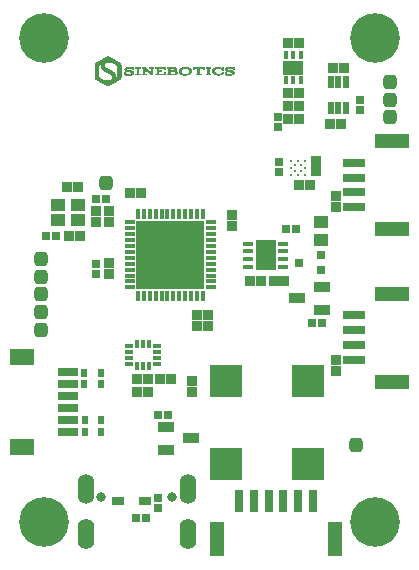
<source format=gbr>
%TF.GenerationSoftware,Altium Limited,Altium Designer,23.9.2 (47)*%
G04 Layer_Color=8388736*
%FSLAX45Y45*%
%MOMM*%
%TF.SameCoordinates,C6D65D71-24B2-464F-8DE7-77A712877E08*%
%TF.FilePolarity,Negative*%
%TF.FileFunction,Soldermask,Top*%
%TF.Part,Single*%
G01*
G75*
%TA.AperFunction,SMDPad,CuDef*%
%ADD99R,0.95000X0.40000*%
%ADD100R,0.40000X0.95000*%
%ADD101R,5.80000X5.80000*%
G04:AMPARAMS|DCode=102|XSize=1.2032mm|YSize=1.2032mm|CornerRadius=0.3516mm|HoleSize=0mm|Usage=FLASHONLY|Rotation=90.000|XOffset=0mm|YOffset=0mm|HoleType=Round|Shape=RoundedRectangle|*
%AMROUNDEDRECTD102*
21,1,1.20320,0.50000,0,0,90.0*
21,1,0.50000,1.20320,0,0,90.0*
1,1,0.70320,0.25000,0.25000*
1,1,0.70320,0.25000,-0.25000*
1,1,0.70320,-0.25000,-0.25000*
1,1,0.70320,-0.25000,0.25000*
%
%ADD102ROUNDEDRECTD102*%
%TA.AperFunction,BGAPad,CuDef*%
%ADD103C,0.30000*%
%TA.AperFunction,SMDPad,CuDef*%
%ADD104R,0.82320X0.82320*%
%ADD105R,0.75320X0.80320*%
%TA.AperFunction,ConnectorPad*%
%ADD106R,2.90320X1.20320*%
%ADD107R,1.90320X0.80320*%
%TA.AperFunction,SMDPad,CuDef*%
%ADD108R,0.55000X1.05000*%
%ADD109R,0.45000X0.75000*%
%ADD110R,1.80000X1.20000*%
%ADD111R,0.82320X0.82320*%
%ADD112R,0.65000X0.70000*%
%ADD113R,1.75000X2.55000*%
%ADD114R,1.20320X2.90320*%
%ADD115R,0.80320X0.75320*%
%ADD116R,0.80320X1.90320*%
%ADD117R,0.95000X0.45000*%
%ADD118R,0.70000X0.40000*%
%ADD119R,1.20000X1.00000*%
%TA.AperFunction,ConnectorPad*%
%ADD120R,2.00320X1.40320*%
%TA.AperFunction,SMDPad,CuDef*%
%ADD121R,0.40000X0.70000*%
%ADD122R,1.40320X0.85320*%
%ADD123R,0.52320X0.71320*%
%TA.AperFunction,ConnectorPad*%
%ADD124R,1.75320X0.80320*%
%TA.AperFunction,SMDPad,CuDef*%
%ADD125R,1.04320X0.66320*%
%ADD126R,1.20320X1.10320*%
%ADD127R,2.70320X2.70320*%
%TA.AperFunction,ComponentPad*%
%ADD128C,4.20320*%
%ADD129O,1.36120X2.51920*%
%ADD130O,1.40320X2.60320*%
%ADD131C,0.80320*%
%ADD132C,0.83320*%
%TA.AperFunction,ViaPad*%
%ADD133C,0.70320*%
G36*
X868108Y4318903D02*
X869243Y4318777D01*
X869663Y4318693D01*
X870504Y4318609D01*
X870840Y4318525D01*
X871008Y4318441D01*
X870924Y4318105D01*
X870672Y4317853D01*
X870882Y4317643D01*
X871302Y4317474D01*
X872311Y4317222D01*
X873110Y4317096D01*
X873446Y4317012D01*
X873992Y4316802D01*
X874412Y4316634D01*
X875211Y4316340D01*
X875715Y4316088D01*
X877018Y4315373D01*
X877354Y4315289D01*
X878615Y4314617D01*
X879203Y4314196D01*
X879792Y4314028D01*
X880128Y4313944D01*
X880548Y4313776D01*
X881010Y4313398D01*
X881557Y4312851D01*
X881725Y4312767D01*
X881893Y4312599D01*
X882229Y4312515D01*
X882397Y4312347D01*
X883994Y4311507D01*
X884163Y4311339D01*
X884330Y4311255D01*
X884751Y4311002D01*
X885171Y4310834D01*
X885718Y4310624D01*
X886558Y4310120D01*
X887020Y4309910D01*
X887609Y4309657D01*
X888869Y4308985D01*
X889668Y4308439D01*
X890046Y4307976D01*
X890214Y4307808D01*
X890634Y4307640D01*
X891895Y4306968D01*
X892652Y4306631D01*
X893198Y4306421D01*
X893618Y4306253D01*
X894123Y4305917D01*
X894417Y4305707D01*
X894753Y4305371D01*
X894921Y4305287D01*
X896014Y4304530D01*
X896771Y4304110D01*
X896939Y4303942D01*
X897107Y4303858D01*
X897275Y4303690D01*
X897695Y4303521D01*
X898283Y4303353D01*
X899376Y4302765D01*
X899544Y4302597D01*
X899712Y4302513D01*
X899881Y4302345D01*
X900048Y4302261D01*
X900511Y4301882D01*
X900721Y4301672D01*
X900889Y4301588D01*
X901646Y4301252D01*
X902234Y4301084D01*
X902696Y4300958D01*
X903369Y4300538D01*
X903747Y4300159D01*
X903915Y4300075D01*
X904756Y4299487D01*
X905344Y4299151D01*
X906101Y4298562D01*
X906605Y4298226D01*
X907151Y4298100D01*
X907613Y4297974D01*
X908160Y4297764D01*
X908622Y4297470D01*
X909211Y4297049D01*
X909631Y4296881D01*
X910387Y4296461D01*
X910597Y4296335D01*
X910681Y4296167D01*
X911060Y4295789D01*
X911228Y4295705D01*
X911816Y4295284D01*
X911984Y4295200D01*
X912741Y4294864D01*
X913665Y4294360D01*
X914254Y4293939D01*
X914590Y4293855D01*
X915683Y4293267D01*
X915935Y4293015D01*
X916103Y4292931D01*
X916355Y4292678D01*
X916523Y4292595D01*
X918793Y4291418D01*
X918961Y4291250D01*
X919129Y4291166D01*
X919633Y4290829D01*
X920474Y4290577D01*
X921020Y4290367D01*
X921314Y4290157D01*
X921776Y4289779D01*
X922281Y4289443D01*
X922995Y4288980D01*
X924172Y4288140D01*
X924340Y4288056D01*
X924508Y4287888D01*
X924676Y4287803D01*
X925265Y4287551D01*
X925811Y4287425D01*
X926147Y4287341D01*
X926694Y4287131D01*
X927282Y4286711D01*
X927450Y4286627D01*
X928207Y4286207D01*
X928669Y4285828D01*
X928795Y4285702D01*
X928963Y4285618D01*
X929131Y4285450D01*
X929299Y4285366D01*
X930224Y4284862D01*
X931821Y4284021D01*
X932914Y4283264D01*
X933082Y4283181D01*
X933670Y4282760D01*
X934258Y4282424D01*
X936192Y4281415D01*
X937116Y4280911D01*
X938209Y4280155D01*
X938377Y4280071D01*
X940647Y4278894D01*
X941445Y4278348D01*
X941655Y4278137D01*
X942243Y4277885D01*
X943000Y4277465D01*
X943252Y4277213D01*
X943420Y4277129D01*
X943841Y4276877D01*
X944639Y4276582D01*
X944765Y4276456D01*
X944933Y4276372D01*
X945438Y4276036D01*
X946698Y4275364D01*
X948043Y4274355D01*
X948379Y4274019D01*
X948968Y4273767D01*
X949892Y4273514D01*
X950439Y4273304D01*
X950733Y4273178D01*
X950985Y4272926D01*
X951153Y4272842D01*
X951405Y4272590D01*
X951573Y4272506D01*
X951742Y4272338D01*
X951910Y4272254D01*
X952498Y4271833D01*
X953086Y4271581D01*
X954011Y4271245D01*
X954179Y4271077D01*
X954347Y4270993D01*
X954683Y4270657D01*
X955860Y4270236D01*
X956322Y4269858D01*
X956617Y4269648D01*
X956785Y4269480D01*
X957625Y4269144D01*
X958718Y4268555D01*
X958886Y4268387D01*
X959054Y4268303D01*
X959222Y4268135D01*
X959391Y4268051D01*
X959559Y4267883D01*
X959727Y4267799D01*
X959895Y4267631D01*
X961156Y4266958D01*
X961324Y4266790D01*
X961492Y4266706D01*
X962585Y4266202D01*
X963131Y4265991D01*
X963845Y4265613D01*
X964013Y4265445D01*
X964181Y4265361D01*
X964350Y4265193D01*
X964770Y4264941D01*
X965947Y4264100D01*
X966283Y4264016D01*
X967628Y4263176D01*
X968090Y4263050D01*
X968510Y4262881D01*
X968636Y4262756D01*
X968805Y4262671D01*
X969561Y4261915D01*
X969729Y4261831D01*
X970528Y4261285D01*
X970654Y4261159D01*
X970822Y4261075D01*
X971914Y4260486D01*
X972293Y4260108D01*
X972335Y4259982D01*
X972461Y4259940D01*
X972545Y4259772D01*
X972881Y4259435D01*
X972965Y4259267D01*
X973385Y4258847D01*
X973469Y4258679D01*
X973722Y4258427D01*
X973806Y4258259D01*
X974016Y4258049D01*
X974184Y4257965D01*
X974352Y4257796D01*
X974940Y4257460D01*
X975066Y4257334D01*
X975150Y4257166D01*
X975823Y4255905D01*
X976621Y4254855D01*
X977042Y4254434D01*
X977210Y4254350D01*
X977336Y4254224D01*
X977420Y4254056D01*
X977840Y4253131D01*
X978092Y4252543D01*
X978513Y4251450D01*
X979269Y4249853D01*
X979437Y4249433D01*
X979521Y4249097D01*
X979858Y4248004D01*
X980362Y4246911D01*
X980446Y4246575D01*
X980530Y4245987D01*
X980614Y4245146D01*
X980698Y4244894D01*
X980866Y4243717D01*
X980782Y4134700D01*
X980698Y4134448D01*
X980572Y4133481D01*
X980446Y4132683D01*
X980278Y4132262D01*
X980152Y4131800D01*
X979942Y4131254D01*
X979269Y4129573D01*
X978513Y4127975D01*
X978176Y4127219D01*
X978092Y4127051D01*
X977756Y4126295D01*
X977588Y4125706D01*
X977336Y4125286D01*
X976664Y4124614D01*
X976579Y4124445D01*
X975781Y4123395D01*
X975403Y4122848D01*
X974982Y4122092D01*
X974688Y4121882D01*
X974226Y4121503D01*
X973511Y4120789D01*
X973343Y4120705D01*
X972545Y4119906D01*
X972461Y4119738D01*
X972209Y4119486D01*
X972125Y4119318D01*
X971830Y4119024D01*
X971242Y4118688D01*
X970780Y4118310D01*
X970570Y4118099D01*
X970401Y4118015D01*
X969897Y4117679D01*
X969729Y4117595D01*
X969267Y4117217D01*
X969141Y4117091D01*
X968973Y4117006D01*
X968805Y4116838D01*
X968384Y4116670D01*
X967838Y4116460D01*
X967165Y4116040D01*
X967039Y4115914D01*
X966871Y4115830D01*
X965106Y4114737D01*
X964181Y4114233D01*
X963719Y4113855D01*
X962669Y4113392D01*
X961744Y4112888D01*
X961576Y4112720D01*
X961408Y4112636D01*
X960903Y4112300D01*
X960315Y4111963D01*
X960147Y4111795D01*
X959979Y4111711D01*
X959727Y4111459D01*
X959138Y4111123D01*
X957877Y4110534D01*
X957079Y4110240D01*
X956617Y4109946D01*
X956028Y4109358D01*
X955860Y4109274D01*
X954515Y4108433D01*
X953717Y4108139D01*
X953297Y4107971D01*
X953171Y4107845D01*
X951573Y4107004D01*
X950565Y4106332D01*
X950145Y4106164D01*
X949808Y4106080D01*
X949262Y4105869D01*
X948842Y4105701D01*
X948337Y4105365D01*
X947707Y4104735D01*
X947539Y4104651D01*
X945438Y4103558D01*
X944597Y4102970D01*
X943925Y4102717D01*
X943546Y4102423D01*
X943462Y4102255D01*
X943252Y4102045D01*
X942664Y4101793D01*
X941739Y4101288D01*
X941571Y4101120D01*
X938293Y4099439D01*
X938125Y4099271D01*
X937957Y4099187D01*
X937789Y4099019D01*
X937621Y4098935D01*
X937158Y4098557D01*
X936864Y4098263D01*
X936696Y4098178D01*
X936108Y4097927D01*
X935771Y4097842D01*
X934174Y4097002D01*
X933670Y4096666D01*
X932409Y4095993D01*
X932157Y4095741D01*
X931989Y4095657D01*
X931485Y4095321D01*
X928879Y4093976D01*
X928291Y4093556D01*
X928123Y4093472D01*
X927660Y4093093D01*
X927366Y4092883D01*
X927198Y4092715D01*
X927030Y4092631D01*
X926441Y4092379D01*
X925853Y4092211D01*
X925307Y4092001D01*
X924634Y4091580D01*
X924172Y4091118D01*
X924004Y4091034D01*
X923836Y4090866D01*
X923668Y4090782D01*
X923163Y4090446D01*
X921903Y4089773D01*
X920978Y4089185D01*
X920348Y4089059D01*
X920011Y4088975D01*
X919717Y4088849D01*
X919255Y4088470D01*
X919045Y4088260D01*
X918876Y4088176D01*
X918625Y4087924D01*
X918456Y4087840D01*
X917784Y4087420D01*
X917238Y4087210D01*
X916397Y4086873D01*
X916187Y4086663D01*
X916103D01*
X915767Y4086327D01*
X915599Y4086243D01*
X914842Y4085907D01*
X914086Y4085486D01*
X913917Y4085318D01*
X913749Y4085234D01*
X912657Y4084646D01*
X912152Y4084310D01*
X911228Y4083805D01*
X910766Y4083427D01*
X910471Y4083133D01*
X910303Y4083049D01*
X909547Y4082713D01*
X908790Y4082292D01*
X908286Y4081956D01*
X907866Y4081788D01*
X907277Y4081620D01*
X906479Y4081326D01*
X906353Y4081200D01*
X905932Y4080948D01*
X905512Y4080527D01*
X905344Y4080443D01*
X905176Y4080275D01*
X905008Y4080191D01*
X904503Y4079855D01*
X904335Y4079771D01*
X904167Y4079603D01*
X903579Y4079266D01*
X903117Y4078888D01*
X902570Y4078678D01*
X902234Y4078594D01*
X901309Y4078258D01*
X899040Y4076661D01*
X898283Y4076325D01*
X897737Y4076115D01*
X897065Y4075694D01*
X896771Y4075400D01*
X896602Y4075316D01*
X896434Y4075148D01*
X896266Y4075064D01*
X895762Y4074728D01*
X894669Y4074139D01*
X894333Y4073803D01*
X893745Y4073551D01*
X893324Y4073383D01*
X891895Y4072626D01*
X891727Y4072458D01*
X890130Y4071618D01*
X889710Y4071197D01*
X889542Y4071113D01*
X889374Y4070945D01*
X888617Y4070525D01*
X886684Y4069516D01*
X886348Y4069180D01*
X885759Y4068928D01*
X885423Y4068844D01*
X884877Y4068634D01*
X884036Y4068129D01*
X883322Y4067751D01*
X882734Y4067331D01*
X882565Y4067247D01*
X880884Y4066070D01*
X880338Y4065860D01*
X880002Y4065776D01*
X879203Y4065398D01*
X878741Y4065019D01*
X878111Y4064641D01*
X877648Y4064515D01*
X876934Y4064137D01*
X876345Y4063801D01*
X876177Y4063717D01*
X875085Y4063212D01*
X874664Y4063044D01*
X874076Y4062792D01*
X873488Y4062624D01*
X873151Y4062540D01*
X871765Y4062414D01*
X870756Y4062246D01*
X870336Y4062077D01*
X870251Y4061825D01*
X870420Y4061405D01*
X870336Y4061237D01*
X869957Y4061111D01*
X869621Y4061027D01*
X868781Y4060943D01*
X862813Y4061027D01*
X862351Y4061237D01*
X862392Y4062036D01*
X862225Y4062204D01*
X861552Y4062372D01*
X860964Y4062456D01*
X860123Y4062540D01*
X859157Y4062750D01*
X858610Y4062960D01*
X858190Y4063128D01*
X857854Y4063212D01*
X857307Y4063338D01*
X856635Y4063591D01*
X856509Y4063717D01*
X856341Y4063801D01*
X855878Y4064179D01*
X855374Y4064515D01*
X854954Y4064683D01*
X854282Y4064935D01*
X853609Y4065356D01*
X852138Y4066070D01*
X851045Y4066658D01*
X849448Y4067499D01*
X849112Y4067835D01*
X848356Y4068171D01*
X846422Y4069096D01*
X846002Y4069348D01*
X845162Y4069936D01*
X843564Y4070777D01*
X842766Y4071323D01*
X842556Y4071534D01*
X842388Y4071618D01*
X841884Y4071954D01*
X841463Y4072122D01*
X840707Y4072710D01*
X840203Y4073046D01*
X839740Y4073173D01*
X839404Y4073257D01*
X838984Y4073425D01*
X838858Y4073551D01*
X838689Y4073635D01*
X837597Y4074391D01*
X837429Y4074475D01*
X836672Y4074896D01*
X836168Y4075232D01*
X835411Y4075652D01*
X834739Y4076072D01*
X834193Y4076283D01*
X833730Y4076577D01*
X833268Y4077039D01*
X833184Y4077207D01*
X832806Y4077417D01*
X832133Y4077585D01*
X831377Y4078006D01*
X831125Y4078258D01*
X830956Y4078342D01*
X828183Y4079771D01*
X828015Y4079939D01*
X827846Y4080023D01*
X827679Y4080191D01*
X827510Y4080275D01*
X826922Y4080611D01*
X825493Y4081284D01*
X825073Y4081452D01*
X824064Y4081620D01*
X823097Y4081746D01*
X822677Y4081914D01*
X821963Y4082292D01*
X820870Y4082881D01*
X820072Y4083427D01*
X819777Y4083637D01*
X819567Y4083931D01*
X819105Y4084394D01*
X818937Y4084478D01*
X818432Y4084814D01*
X817676Y4085234D01*
X817088Y4085823D01*
X816920Y4085907D01*
X816625Y4086201D01*
X816541Y4086369D01*
X816079Y4086999D01*
X814818Y4087672D01*
X813726Y4088260D01*
X812801Y4088849D01*
X812465Y4088933D01*
X811876Y4089185D01*
X811456Y4089353D01*
X810658Y4089899D01*
X810027Y4090278D01*
X809271Y4090698D01*
X808808Y4091076D01*
X808178Y4091454D01*
X807422Y4091874D01*
X806497Y4092295D01*
X805951Y4092505D01*
X805446Y4092841D01*
X805320Y4092967D01*
X804059Y4093640D01*
X803471Y4094228D01*
X803303Y4094312D01*
X802547Y4094648D01*
X802210Y4094732D01*
X801286Y4095237D01*
X800823Y4095615D01*
X800277Y4096161D01*
X800109Y4096245D01*
X799184Y4096666D01*
X799016Y4096750D01*
X798008Y4097422D01*
X797587Y4097590D01*
X796789Y4097884D01*
X796494Y4098094D01*
X795990Y4098599D01*
X795822Y4098683D01*
X794393Y4099439D01*
X793637Y4099860D01*
X792880Y4100448D01*
X792124Y4100784D01*
X791578Y4100994D01*
X791283Y4101204D01*
X790190Y4101961D01*
X789938Y4102045D01*
X789476Y4102423D01*
X788762Y4102802D01*
X788425Y4102886D01*
X787333Y4103474D01*
X787165Y4103642D01*
X786408Y4104062D01*
X785484Y4104651D01*
X785315Y4104735D01*
X783719Y4105743D01*
X783256Y4105869D01*
X782584Y4106122D01*
X781281Y4106836D01*
X780104Y4107677D01*
X778843Y4108265D01*
X778507Y4108349D01*
X777330Y4109190D01*
X776994Y4109274D01*
X776196Y4109820D01*
X776070Y4109946D01*
X775901Y4110030D01*
X774809Y4110618D01*
X774305Y4110955D01*
X774136Y4111039D01*
X773464Y4111459D01*
X773296Y4111543D01*
X772371Y4112131D01*
X772203Y4112216D01*
X771615Y4112636D01*
X770018Y4113392D01*
X769471Y4113602D01*
X768757Y4113981D01*
X768589Y4114149D01*
X768421Y4114233D01*
X767832Y4114653D01*
X767076Y4115073D01*
X766613Y4115452D01*
X766487Y4115578D01*
X766319Y4115662D01*
X766151Y4115830D01*
X764891Y4116418D01*
X763840Y4116796D01*
X763714Y4116922D01*
X763546Y4117006D01*
X762621Y4117931D01*
X762453Y4118015D01*
X762327Y4118141D01*
X762243Y4118310D01*
X761948Y4118604D01*
X761528Y4118772D01*
X760604Y4119276D01*
X760393Y4119486D01*
X760309Y4119654D01*
X759889Y4120075D01*
X759805Y4120243D01*
X759301Y4120747D01*
X759217Y4120915D01*
X758797Y4121503D01*
X758712Y4121671D01*
X758586Y4121798D01*
X758418Y4121882D01*
X758250Y4122050D01*
X758082Y4122134D01*
X757704Y4122512D01*
X757620Y4122680D01*
X757283Y4123016D01*
X757199Y4123185D01*
X756779Y4123605D01*
X756695Y4123773D01*
X756443Y4124025D01*
X756191Y4124445D01*
X755350Y4126042D01*
X754930Y4126631D01*
X754594Y4127387D01*
X754510Y4127555D01*
X753501Y4129489D01*
X753333Y4129909D01*
X753249Y4130245D01*
X753123Y4130959D01*
X752997Y4131422D01*
X752913Y4131758D01*
X752745Y4132346D01*
X752156Y4134195D01*
X752072Y4134532D01*
X751988Y4139491D01*
X751904Y4139743D01*
X751820Y4141340D01*
X751904Y4242961D01*
X751988Y4243213D01*
X752072Y4244558D01*
X752156Y4245735D01*
X752240Y4245987D01*
X752450Y4246533D01*
X752534Y4246869D01*
X752619Y4247290D01*
X752787Y4247962D01*
X753165Y4249181D01*
X753543Y4250232D01*
X753922Y4250862D01*
X754005Y4251030D01*
X754762Y4252627D01*
X755098Y4253216D01*
X755687Y4253804D01*
X755771Y4253972D01*
X756107Y4254728D01*
X756191Y4254896D01*
X756905Y4255947D01*
X757116Y4256157D01*
X757199Y4256325D01*
X757452Y4256577D01*
X757536Y4256746D01*
X757872Y4257082D01*
X757956Y4257250D01*
X758418Y4257712D01*
X758586Y4257796D01*
X758797Y4258006D01*
X758881Y4258175D01*
X759427Y4258973D01*
X760393Y4259940D01*
X760478Y4260108D01*
X760940Y4260570D01*
X761696Y4260906D01*
X762285Y4261243D01*
X762453Y4261411D01*
X762621Y4261495D01*
X762873Y4261747D01*
X763041Y4261831D01*
X763966Y4262756D01*
X764134Y4262840D01*
X765731Y4263596D01*
X766487Y4264016D01*
X767286Y4264563D01*
X767412Y4264689D01*
X768841Y4265445D01*
X769345Y4265781D01*
X769513Y4265865D01*
X770606Y4266370D01*
X771531Y4266874D01*
X771783Y4267126D01*
X771951Y4267210D01*
X772119Y4267379D01*
X773212Y4267967D01*
X774641Y4268723D01*
X775145Y4269060D01*
X775733Y4269312D01*
X776280Y4269522D01*
X776742Y4269816D01*
X777246Y4270320D01*
X777414Y4270404D01*
X777582Y4270573D01*
X778171Y4270909D01*
X778423Y4271161D01*
X778591Y4271245D01*
X779348Y4271581D01*
X779768Y4271749D01*
X781365Y4272590D01*
X781827Y4272968D01*
X782331Y4273304D01*
X782458Y4273430D01*
X783046Y4273683D01*
X783845Y4273977D01*
X784307Y4274271D01*
X785484Y4275111D01*
X785652Y4275195D01*
X786156Y4275532D01*
X786744Y4275868D01*
X787669Y4276456D01*
X787837Y4276540D01*
X788425Y4276793D01*
X788762Y4276877D01*
X789308Y4277087D01*
X789602Y4277297D01*
X789770Y4277465D01*
X789938Y4277549D01*
X790443Y4277885D01*
X791031Y4278221D01*
X791367Y4278558D01*
X792124Y4278894D01*
X792586Y4279020D01*
X792712Y4279146D01*
X792880Y4279230D01*
X793343Y4279608D01*
X793847Y4279944D01*
X794561Y4280323D01*
X795066Y4280659D01*
X796158Y4281247D01*
X796368Y4281373D01*
X796410Y4281499D01*
X796579Y4281584D01*
X797503Y4282004D01*
X798049Y4282214D01*
X798554Y4282550D01*
X798848Y4282844D01*
X799016Y4282928D01*
X799184Y4283097D01*
X800277Y4283685D01*
X800529Y4283937D01*
X800697Y4284021D01*
X800865Y4284189D01*
X801033Y4284273D01*
X801790Y4284693D01*
X802378Y4284946D01*
X802798Y4285114D01*
X803345Y4285324D01*
X804017Y4285744D01*
X804312Y4285954D01*
X804816Y4286291D01*
X804984Y4286375D01*
X805698Y4286837D01*
X805741Y4286963D01*
X805908Y4287047D01*
X806077Y4287215D01*
X806539Y4287341D01*
X807716Y4287762D01*
X807842Y4287888D01*
X808010Y4287972D01*
X808514Y4288308D01*
X809103Y4288644D01*
X809523Y4289064D01*
X811288Y4289989D01*
X811792Y4290325D01*
X813557Y4291250D01*
X814062Y4291586D01*
X815491Y4292342D01*
X816583Y4292931D01*
X817172Y4293351D01*
X818769Y4294192D01*
X819021Y4294444D01*
X819189Y4294528D01*
X819693Y4294864D01*
X820156Y4294990D01*
X820576Y4295158D01*
X822215Y4296041D01*
X822677Y4296419D01*
X823056Y4296797D01*
X823224Y4296881D01*
X823392Y4297049D01*
X823560Y4297133D01*
X823896Y4297470D01*
X824064Y4297554D01*
X824821Y4297890D01*
X825871Y4298268D01*
X826796Y4298857D01*
X828225Y4299697D01*
X828351Y4299823D01*
X828519Y4299907D01*
X829191Y4300327D01*
X829948Y4300748D01*
X831545Y4301588D01*
X832133Y4302009D01*
X832595Y4302135D01*
X832932Y4302219D01*
X833436Y4302639D01*
X833814Y4303017D01*
X833983Y4303101D01*
X834150Y4303269D01*
X834697Y4303480D01*
X835117Y4303648D01*
X835411Y4303858D01*
X836252Y4304446D01*
X836672Y4304698D01*
X837345Y4305119D01*
X838143Y4305413D01*
X838269Y4305539D01*
X838437Y4305623D01*
X839026Y4306211D01*
X839446Y4306379D01*
X840118Y4306547D01*
X840875Y4306968D01*
X841043Y4307136D01*
X841211Y4307220D01*
X841379Y4307388D01*
X841547Y4307472D01*
X842724Y4308145D01*
X843313Y4308565D01*
X845582Y4309657D01*
X846128Y4309868D01*
X846633Y4310204D01*
X846843Y4310414D01*
X847011Y4310498D01*
X847767Y4310834D01*
X848188Y4311002D01*
X848356Y4311086D01*
X848944Y4311507D01*
X849112Y4311591D01*
X849701Y4312011D01*
X849869Y4312095D01*
X850037Y4312263D01*
X850205Y4312347D01*
X850625Y4312599D01*
X850793Y4312683D01*
X851466Y4313104D01*
X852054Y4313440D01*
X852642Y4313860D01*
X853441Y4314154D01*
X853861Y4314322D01*
X853987Y4314449D01*
X854155Y4314533D01*
X854323Y4314701D01*
X856088Y4315625D01*
X857013Y4316214D01*
X858694Y4316718D01*
X860039Y4317138D01*
X860375Y4317222D01*
X861594Y4317432D01*
X862014Y4317516D01*
X862435Y4317685D01*
X862603Y4317769D01*
X862519Y4318021D01*
X862266Y4318273D01*
X862351Y4318441D01*
X862477Y4318567D01*
X863780Y4318693D01*
X864116Y4318777D01*
X864620Y4318861D01*
X865376Y4318945D01*
X867856Y4318987D01*
X868108Y4318903D01*
D02*
G37*
G36*
X1010537Y4217997D02*
X1011041Y4218333D01*
X1011588Y4218880D01*
X1011756Y4218964D01*
X1012218Y4219342D01*
X1012512Y4219636D01*
X1012680Y4219720D01*
X1013227Y4220098D01*
X1013311Y4220266D01*
X1014235Y4220855D01*
X1014614Y4221233D01*
X1015160Y4221443D01*
X1015622Y4221737D01*
X1015875Y4221990D01*
X1016673Y4222284D01*
X1017135Y4222578D01*
X1017555Y4222830D01*
X1018144Y4222998D01*
X1018690Y4223208D01*
X1019321Y4223586D01*
X1019909Y4223755D01*
X1020245Y4223839D01*
X1021506Y4224427D01*
X1022052Y4224553D01*
X1022557Y4224637D01*
X1023103Y4224847D01*
X1024028Y4225268D01*
X1025330Y4225562D01*
X1026381Y4226024D01*
X1026969Y4226108D01*
X1027306Y4226192D01*
X1028440Y4226318D01*
X1028861Y4226402D01*
X1029869Y4226654D01*
X1030290Y4226739D01*
X1031424Y4226865D01*
X1031761Y4226949D01*
X1033652Y4227075D01*
X1034408Y4227159D01*
X1035501Y4227327D01*
X1036005Y4227411D01*
X1036678Y4227495D01*
X1037687Y4227579D01*
X1039115Y4227663D01*
X1041763Y4227705D01*
X1042015Y4227621D01*
X1044705Y4227537D01*
X1044957Y4227453D01*
X1046302Y4227369D01*
X1046554Y4227285D01*
X1048403Y4227117D01*
X1048992Y4227033D01*
X1050589Y4226949D01*
X1050841Y4226865D01*
X1051471Y4226739D01*
X1051807Y4226654D01*
X1052186Y4226529D01*
X1053194Y4226276D01*
X1054035Y4226192D01*
X1055001Y4225982D01*
X1055422Y4225814D01*
X1056094Y4225562D01*
X1056935Y4225394D01*
X1057943Y4225225D01*
X1058616Y4224974D01*
X1059162Y4224763D01*
X1059498Y4224679D01*
X1060087Y4224595D01*
X1060423Y4224511D01*
X1060927Y4224427D01*
X1062188Y4223839D01*
X1062650Y4223713D01*
X1062986Y4223629D01*
X1063659Y4223208D01*
X1064205Y4222998D01*
X1064752Y4222872D01*
X1065172Y4222704D01*
X1065298Y4222578D01*
X1065466Y4222494D01*
X1066223Y4222158D01*
X1066727Y4222074D01*
X1067315Y4221737D01*
X1068576Y4221065D01*
X1068912Y4220729D01*
X1069080Y4220645D01*
X1069669Y4220393D01*
X1070005Y4220309D01*
X1070215Y4220519D01*
X1070299Y4221107D01*
X1070257Y4224679D01*
X1070341Y4225100D01*
X1070551Y4225394D01*
X1070930Y4225520D01*
X1085177Y4225562D01*
X1085513Y4225478D01*
X1085765Y4225225D01*
X1085849Y4224637D01*
X1085765Y4223292D01*
X1085807Y4199211D01*
X1085723Y4198791D01*
X1085471Y4198371D01*
X1085135Y4198286D01*
X1083790Y4198371D01*
X1070888Y4198328D01*
X1070593Y4198538D01*
X1070383Y4198749D01*
X1070299Y4199337D01*
X1070215Y4202783D01*
X1069879Y4203540D01*
X1069711Y4204128D01*
X1069585Y4204758D01*
X1069375Y4205053D01*
X1069039Y4205389D01*
X1068954Y4205557D01*
X1068576Y4206019D01*
X1067651Y4206944D01*
X1067484Y4207028D01*
X1066895Y4207616D01*
X1066307Y4207952D01*
X1066055Y4208205D01*
X1065886Y4208289D01*
X1065466Y4208457D01*
X1064920Y4208667D01*
X1064710Y4208877D01*
X1064541Y4208961D01*
X1063785Y4209297D01*
X1063449Y4209381D01*
X1062524Y4209970D01*
X1061978Y4210096D01*
X1061431Y4210306D01*
X1060507Y4210726D01*
X1060171Y4210810D01*
X1059582Y4210895D01*
X1058574Y4211147D01*
X1057733Y4211399D01*
X1057397Y4211483D01*
X1056809Y4211567D01*
X1056472Y4211651D01*
X1055296Y4211735D01*
X1055043Y4211819D01*
X1054161Y4212029D01*
X1053825Y4212113D01*
X1053362Y4212239D01*
X1053026Y4212323D01*
X1051681Y4212407D01*
X1050084Y4212491D01*
X1048739Y4212576D01*
X1048151Y4212660D01*
X1047184Y4212786D01*
X1046512Y4212870D01*
X1040502Y4212912D01*
X1040250Y4212828D01*
X1039409Y4212744D01*
X1039157Y4212660D01*
X1037308Y4212576D01*
X1035039Y4212491D01*
X1034787Y4212407D01*
X1033862Y4212323D01*
X1032769Y4211819D01*
X1031593Y4211651D01*
X1031046Y4211441D01*
X1030752Y4211147D01*
X1030584Y4211062D01*
X1029828Y4210474D01*
X1029029Y4209676D01*
X1028945Y4209507D01*
X1028609Y4209171D01*
X1028440Y4208751D01*
X1028146Y4207952D01*
X1028020Y4207490D01*
X1027936Y4207154D01*
X1028020Y4205641D01*
X1028609Y4204548D01*
X1028987Y4204170D01*
X1029155Y4204086D01*
X1029491Y4203750D01*
X1029911Y4203582D01*
X1030794Y4203372D01*
X1031845Y4202909D01*
X1032853Y4202741D01*
X1033189Y4202657D01*
X1033652Y4202531D01*
X1034072Y4202363D01*
X1034450Y4202237D01*
X1034787Y4202153D01*
X1035375Y4202069D01*
X1036468Y4201985D01*
X1038191Y4201859D01*
X1038695Y4201775D01*
X1039914Y4201396D01*
X1040250Y4201312D01*
X1042519Y4201144D01*
X1044158Y4201018D01*
X1044999Y4200934D01*
X1046092Y4200766D01*
X1047815Y4200556D01*
X1048403Y4200472D01*
X1051807Y4200262D01*
X1052480Y4200178D01*
X1053152Y4200009D01*
X1053867Y4199799D01*
X1054203Y4199715D01*
X1055548Y4199631D01*
X1056388Y4199547D01*
X1058321Y4199463D01*
X1058574Y4199379D01*
X1059204Y4199253D01*
X1059666Y4199127D01*
X1060255Y4198959D01*
X1060591Y4198875D01*
X1061431Y4198791D01*
X1061768Y4198707D01*
X1062692Y4198623D01*
X1062945Y4198538D01*
X1063407Y4198412D01*
X1064121Y4198202D01*
X1064794Y4198034D01*
X1065634Y4197950D01*
X1066433Y4197824D01*
X1066769Y4197740D01*
X1067189Y4197572D01*
X1067904Y4197278D01*
X1068240Y4197194D01*
X1068870Y4197068D01*
X1069669Y4196773D01*
X1070257Y4196521D01*
X1070930Y4196353D01*
X1071434Y4196269D01*
X1071854Y4196101D01*
X1072022Y4196017D01*
X1073115Y4195513D01*
X1073661Y4195303D01*
X1073955Y4195092D01*
X1074880Y4194672D01*
X1075216Y4194588D01*
X1075679Y4194210D01*
X1076225Y4193916D01*
X1076813Y4193579D01*
X1077149Y4193243D01*
X1077906Y4192823D01*
X1078242Y4192487D01*
X1078410Y4192403D01*
X1078999Y4192067D01*
X1079671Y4191394D01*
X1079839Y4191310D01*
X1080133Y4191016D01*
X1080218Y4190848D01*
X1080344Y4190722D01*
X1080512Y4190638D01*
X1081058Y4190091D01*
X1081100Y4189965D01*
X1081268Y4189881D01*
X1081647Y4189503D01*
X1081730Y4189335D01*
X1082109Y4188872D01*
X1082403Y4188578D01*
X1082823Y4187822D01*
X1083243Y4187402D01*
X1083412Y4186981D01*
X1083748Y4186393D01*
X1083916Y4186225D01*
X1084168Y4185636D01*
X1084294Y4185090D01*
X1084714Y4184418D01*
X1084924Y4183871D01*
X1085051Y4183325D01*
X1085135Y4182989D01*
X1085303Y4182568D01*
X1085681Y4181686D01*
X1085765Y4181098D01*
X1085891Y4180047D01*
X1086059Y4179206D01*
X1086143Y4178702D01*
X1086227Y4178366D01*
X1086438Y4176643D01*
X1086522Y4176054D01*
X1086606Y4174205D01*
X1086522Y4172356D01*
X1086395Y4171557D01*
X1086227Y4170885D01*
X1086101Y4170423D01*
X1085933Y4169834D01*
X1085849Y4169498D01*
X1085723Y4168868D01*
X1085639Y4168531D01*
X1085387Y4168027D01*
X1085008Y4167145D01*
X1084714Y4166346D01*
X1084420Y4166052D01*
X1084168Y4165463D01*
X1084000Y4165043D01*
X1083496Y4164539D01*
X1083075Y4163782D01*
X1082739Y4163446D01*
X1082655Y4163278D01*
X1082109Y4162564D01*
X1081941Y4162480D01*
X1081730Y4162270D01*
X1081647Y4162101D01*
X1081268Y4161723D01*
X1081100Y4161639D01*
X1080722Y4161261D01*
X1080638Y4161093D01*
X1079797Y4160420D01*
X1079419Y4160042D01*
X1078999Y4159790D01*
X1078663Y4159454D01*
X1078494Y4159370D01*
X1077570Y4158865D01*
X1077402Y4158697D01*
X1077234Y4158613D01*
X1076645Y4158361D01*
X1076057Y4158025D01*
X1075889Y4157857D01*
X1075300Y4157605D01*
X1074754Y4157394D01*
X1074628Y4157268D01*
X1074460Y4157184D01*
X1074208Y4156932D01*
X1073745Y4156806D01*
X1073073Y4156554D01*
X1072947Y4156428D01*
X1072779Y4156344D01*
X1072022Y4156007D01*
X1071686Y4155923D01*
X1071098Y4155587D01*
X1070341Y4155251D01*
X1069753Y4155167D01*
X1069417Y4155083D01*
X1068618Y4154789D01*
X1068156Y4154578D01*
X1067484Y4154411D01*
X1066180Y4154200D01*
X1065760Y4154116D01*
X1064541Y4153738D01*
X1064205Y4153654D01*
X1063155Y4153528D01*
X1062146Y4153360D01*
X1061474Y4153192D01*
X1061011Y4153066D01*
X1060423Y4152897D01*
X1059582Y4152813D01*
X1058994Y4152729D01*
X1056935Y4152603D01*
X1056094Y4152519D01*
X1054960Y4152393D01*
X1054623Y4152309D01*
X1053572Y4152183D01*
X1052648Y4152099D01*
X1050168Y4151973D01*
X1038905Y4152057D01*
X1038653Y4152141D01*
X1037518Y4152267D01*
X1036510Y4152435D01*
X1035375Y4152561D01*
X1035039Y4152645D01*
X1033148Y4152771D01*
X1032307Y4152856D01*
X1031803Y4152939D01*
X1031466Y4153023D01*
X1031046Y4153108D01*
X1030038Y4153360D01*
X1029617Y4153444D01*
X1029113Y4153528D01*
X1028188Y4153612D01*
X1027096Y4153780D01*
X1026759Y4153864D01*
X1026045Y4154158D01*
X1025457Y4154326D01*
X1024490Y4154537D01*
X1023607Y4154999D01*
X1022599Y4155251D01*
X1022052Y4155461D01*
X1021422Y4155839D01*
X1020876Y4155966D01*
X1020455Y4156049D01*
X1020035Y4156217D01*
X1019741Y4156512D01*
X1019321Y4156680D01*
X1018816Y4156764D01*
X1018396Y4156512D01*
X1018270Y4156133D01*
X1018354Y4155041D01*
X1018270Y4154452D01*
X1017892Y4154074D01*
X1017219Y4153906D01*
X1016631Y4153990D01*
X1003014Y4154074D01*
X1002888Y4154200D01*
X1002720Y4154789D01*
X1002804Y4181770D01*
X1003098Y4182148D01*
X1003435Y4182232D01*
X1017892Y4182148D01*
X1018270Y4181770D01*
X1018354Y4181181D01*
X1018438Y4177483D01*
X1018522Y4177231D01*
X1018648Y4176516D01*
X1018816Y4175844D01*
X1018900Y4175340D01*
X1019069Y4174920D01*
X1019447Y4174541D01*
X1019615Y4174121D01*
X1019699Y4173953D01*
X1020077Y4173491D01*
X1020371Y4173196D01*
X1020455Y4173028D01*
X1021254Y4172230D01*
X1021422Y4172146D01*
X1022010Y4171725D01*
X1022263Y4171473D01*
X1023187Y4170969D01*
X1023523Y4170633D01*
X1024322Y4170339D01*
X1024784Y4170044D01*
X1025541Y4169708D01*
X1026045Y4169624D01*
X1026801Y4169288D01*
X1027222Y4169120D01*
X1027894Y4168952D01*
X1028609Y4168826D01*
X1028945Y4168741D01*
X1029617Y4168490D01*
X1030164Y4168279D01*
X1030500Y4168195D01*
X1031088Y4168111D01*
X1031424Y4168027D01*
X1032055Y4167901D01*
X1033021Y4167607D01*
X1033694Y4167439D01*
X1034534Y4167355D01*
X1035123Y4167271D01*
X1037434Y4167145D01*
X1038443Y4167061D01*
X1041133Y4166724D01*
X1041889Y4166640D01*
X1043234Y4166556D01*
X1047563Y4166514D01*
X1047815Y4166598D01*
X1048697Y4166640D01*
X1050841Y4166598D01*
X1051093Y4166682D01*
X1051891Y4166808D01*
X1052564Y4166976D01*
X1052984Y4167061D01*
X1054119Y4167186D01*
X1054707Y4167271D01*
X1055506Y4167397D01*
X1056178Y4167649D01*
X1057061Y4168027D01*
X1057775Y4168153D01*
X1058111Y4168237D01*
X1058532Y4168405D01*
X1059162Y4168784D01*
X1059708Y4168910D01*
X1060129Y4169078D01*
X1060255Y4169204D01*
X1060423Y4169288D01*
X1060759Y4169624D01*
X1061305Y4169834D01*
X1062020Y4170549D01*
X1062188Y4170633D01*
X1062314Y4170759D01*
X1062734Y4171515D01*
X1062902Y4171684D01*
X1063071Y4172104D01*
X1063155Y4172440D01*
X1063071Y4174457D01*
X1062146Y4176222D01*
X1061810Y4176559D01*
X1061726Y4176727D01*
X1060801Y4177315D01*
X1060591Y4177525D01*
X1060171Y4177693D01*
X1059835Y4177777D01*
X1058952Y4177988D01*
X1057901Y4178450D01*
X1056598Y4178660D01*
X1054917Y4178912D01*
X1054413Y4178996D01*
X1052690Y4179206D01*
X1052102Y4179290D01*
X1050000Y4179374D01*
X1048656Y4179458D01*
X1048067Y4179543D01*
X1046386Y4179626D01*
X1046134Y4179710D01*
X1045209Y4179795D01*
X1044957Y4179879D01*
X1044369Y4179963D01*
X1044032Y4180047D01*
X1042183Y4180215D01*
X1039620Y4180341D01*
X1038947Y4180425D01*
X1038443Y4180509D01*
X1037182Y4180761D01*
X1036047Y4180887D01*
X1034955Y4180971D01*
X1033148Y4181098D01*
X1032391Y4181181D01*
X1031887Y4181265D01*
X1031172Y4181476D01*
X1030164Y4181728D01*
X1029197Y4181854D01*
X1028693Y4181938D01*
X1027768Y4182274D01*
X1027222Y4182484D01*
X1026885Y4182568D01*
X1026297Y4182653D01*
X1025499Y4182947D01*
X1025036Y4183157D01*
X1024448Y4183325D01*
X1024112Y4183409D01*
X1023523Y4183493D01*
X1023271Y4183577D01*
X1022179Y4184081D01*
X1021506Y4184249D01*
X1020708Y4184544D01*
X1020581Y4184670D01*
X1020414Y4184754D01*
X1019993Y4184922D01*
X1019657Y4185006D01*
X1018985Y4185258D01*
X1018396Y4185678D01*
X1017808Y4185847D01*
X1017387Y4186014D01*
X1016925Y4186393D01*
X1016463Y4186603D01*
X1015706Y4187023D01*
X1015538Y4187191D01*
X1015370Y4187275D01*
X1014782Y4187528D01*
X1014361Y4187780D01*
X1014109Y4188032D01*
X1013521Y4188284D01*
X1013101Y4188536D01*
X1012638Y4188914D01*
X1011966Y4189335D01*
X1011504Y4189797D01*
X1011336Y4189881D01*
X1010873Y4190259D01*
X1010327Y4190806D01*
X1010159Y4190890D01*
X1010033Y4191016D01*
X1009949Y4191184D01*
X1009192Y4191940D01*
X1009108Y4192108D01*
X1008436Y4192781D01*
X1007931Y4193706D01*
X1007595Y4194042D01*
X1007385Y4194588D01*
X1007175Y4194882D01*
X1006923Y4195134D01*
X1006755Y4195555D01*
X1006461Y4196353D01*
X1006250Y4196563D01*
X1006166Y4196732D01*
X1005914Y4197320D01*
X1005830Y4197656D01*
X1005704Y4198118D01*
X1005452Y4198791D01*
X1005242Y4199505D01*
X1005158Y4199841D01*
X1005074Y4200682D01*
X1004990Y4202531D01*
X1004906Y4202867D01*
X1004990Y4206986D01*
X1005074Y4207238D01*
X1005158Y4208415D01*
X1005242Y4208667D01*
X1005830Y4210516D01*
X1005956Y4210979D01*
X1006124Y4211399D01*
X1006461Y4211903D01*
X1006671Y4212450D01*
X1006797Y4212912D01*
X1007427Y4213794D01*
X1007637Y4214341D01*
X1007931Y4214803D01*
X1008184Y4215055D01*
X1008520Y4215644D01*
X1008940Y4216064D01*
X1009024Y4216232D01*
X1009612Y4216988D01*
X1009949Y4217325D01*
X1010033Y4217493D01*
X1010495Y4217955D01*
X1010537Y4217997D01*
D02*
G37*
G36*
X1107451Y4191436D02*
X1107367Y4210852D01*
X1107241Y4211062D01*
X1107073Y4211147D01*
X1106820Y4211231D01*
X1096062Y4211315D01*
X1095767Y4211525D01*
X1095599Y4211945D01*
X1095683Y4224133D01*
X1095893Y4224343D01*
X1096482Y4224427D01*
X1142711Y4224343D01*
X1142922Y4224133D01*
X1143006Y4223797D01*
X1143047Y4212323D01*
X1142922Y4211609D01*
X1142796Y4211399D01*
X1142627Y4211315D01*
X1142375Y4211231D01*
X1131406Y4211273D01*
X1130986Y4210936D01*
X1130818Y4210264D01*
X1130860Y4209213D01*
X1130818Y4169078D01*
X1130902Y4168826D01*
X1130986Y4168490D01*
X1131196Y4168279D01*
X1131532Y4168195D01*
X1132793Y4168279D01*
X1133045Y4168195D01*
X1142501Y4168237D01*
X1142796Y4168111D01*
X1143006Y4167901D01*
X1143090Y4167145D01*
X1143006Y4166892D01*
X1143047Y4154831D01*
X1142880Y4154494D01*
X1142291Y4154326D01*
X1141451Y4154411D01*
X1095809Y4154494D01*
X1095599Y4154705D01*
X1095515Y4155293D01*
X1095599Y4155545D01*
X1095557Y4167523D01*
X1095641Y4167859D01*
X1095893Y4168111D01*
X1096230Y4168195D01*
X1097448Y4168237D01*
X1105055Y4168195D01*
X1105307Y4168279D01*
X1105644Y4168195D01*
X1107073Y4168279D01*
X1107367Y4168574D01*
X1107451Y4169162D01*
Y4191352D01*
Y4191436D01*
D02*
G37*
G36*
X1162968Y4224427D02*
X1186251Y4224343D01*
X1186713Y4223965D01*
X1186923Y4223755D01*
X1187092Y4223670D01*
X1187848Y4222914D01*
X1188016Y4222830D01*
X1188226Y4222620D01*
X1188311Y4222452D01*
X1188521Y4222242D01*
X1188689Y4222158D01*
X1189529Y4221317D01*
X1189697Y4221233D01*
X1190454Y4220476D01*
X1190622Y4220393D01*
X1190748Y4220266D01*
X1190832Y4220098D01*
X1191126Y4219804D01*
X1191294Y4219720D01*
X1191967Y4219048D01*
X1192135Y4218964D01*
X1192891Y4218207D01*
X1193060Y4218123D01*
X1193648Y4217535D01*
X1193816Y4217451D01*
X1194068Y4217199D01*
X1194236Y4217115D01*
X1194993Y4216358D01*
X1195161Y4216274D01*
X1195455Y4215980D01*
X1195497Y4215854D01*
X1195665Y4215770D01*
X1195917Y4215517D01*
X1196085Y4215433D01*
X1196211Y4215307D01*
X1196296Y4215139D01*
X1196506Y4214929D01*
X1196674Y4214845D01*
X1196842Y4214677D01*
X1196968Y4214635D01*
X1197052Y4214467D01*
X1197430Y4214089D01*
X1197598Y4214005D01*
X1198061Y4213542D01*
X1198103Y4213416D01*
X1198271Y4213332D01*
X1198439Y4213164D01*
X1198607Y4213080D01*
X1198733Y4212954D01*
X1198817Y4212786D01*
X1199111Y4212491D01*
X1199280Y4212407D01*
X1200036Y4211651D01*
X1200204Y4211567D01*
X1200498Y4211273D01*
X1200582Y4211105D01*
X1200876Y4210895D01*
X1201633Y4210138D01*
X1201801Y4210054D01*
X1202558Y4209297D01*
X1202726Y4209213D01*
X1203398Y4208541D01*
X1203566Y4208457D01*
X1203986Y4208037D01*
X1204155Y4207952D01*
X1204575Y4207532D01*
X1204743Y4207448D01*
X1205584Y4206608D01*
X1205751Y4206524D01*
X1205878Y4206397D01*
X1205962Y4206230D01*
X1206088Y4206103D01*
X1206256Y4206019D01*
X1206424Y4205851D01*
X1206592Y4205767D01*
X1206802Y4205473D01*
X1207096Y4205179D01*
X1207265Y4205095D01*
X1208021Y4204338D01*
X1208189Y4204254D01*
X1208483Y4203960D01*
X1208567Y4203792D01*
X1209156Y4203372D01*
X1209240Y4203203D01*
X1209618Y4202825D01*
X1209786Y4202741D01*
X1210249Y4202279D01*
X1210290Y4202153D01*
X1210459Y4202069D01*
X1210627Y4201901D01*
X1210795Y4201817D01*
X1211005Y4201607D01*
X1211089Y4201438D01*
X1211215Y4201312D01*
X1211383Y4201228D01*
X1212140Y4200472D01*
X1212308Y4200388D01*
X1213064Y4199631D01*
X1213232Y4199547D01*
X1213821Y4198959D01*
X1213989Y4198875D01*
X1214241Y4198623D01*
X1214409Y4198538D01*
X1215082Y4197866D01*
X1215250Y4197782D01*
X1216006Y4197026D01*
X1216174Y4196942D01*
X1216384Y4196732D01*
X1216468Y4196563D01*
X1216763Y4196269D01*
X1216931Y4196185D01*
X1217603Y4195513D01*
X1217771Y4195428D01*
X1218528Y4194672D01*
X1218696Y4194588D01*
X1218906Y4194378D01*
X1218990Y4194210D01*
X1219200Y4194000D01*
X1219368Y4193916D01*
X1220209Y4193075D01*
X1220377Y4192991D01*
X1220671Y4192697D01*
X1220755Y4192529D01*
X1221049Y4192319D01*
X1221428Y4192024D01*
X1221512Y4191856D01*
X1221806Y4191562D01*
X1221974Y4191478D01*
X1222646Y4190806D01*
X1222814Y4190722D01*
X1223571Y4189965D01*
X1223739Y4189881D01*
X1224159Y4189461D01*
X1224327Y4189377D01*
X1224664Y4189040D01*
X1224832Y4188957D01*
X1225042Y4188746D01*
X1225126Y4188578D01*
X1225294Y4188410D01*
X1225378Y4188242D01*
X1225756Y4188116D01*
X1226008Y4188200D01*
X1226135Y4188326D01*
X1226219Y4188662D01*
X1226135Y4190512D01*
X1226177Y4210390D01*
X1226093Y4210810D01*
X1225840Y4211231D01*
X1225504Y4211315D01*
X1224159Y4211231D01*
X1214913Y4211315D01*
X1214451Y4211693D01*
X1214367Y4212029D01*
X1214451Y4224049D01*
X1214745Y4224343D01*
X1215334Y4224427D01*
X1255932Y4224343D01*
X1256142Y4224133D01*
X1256226Y4223797D01*
X1256310Y4223208D01*
X1256268Y4212996D01*
X1256310Y4212113D01*
X1256226Y4211861D01*
X1255974Y4211441D01*
X1255848Y4211315D01*
X1255511Y4211231D01*
X1244416Y4211147D01*
X1244206Y4210936D01*
X1244038Y4210348D01*
X1244080Y4154831D01*
X1243744Y4154411D01*
X1242903Y4154326D01*
X1242567Y4154411D01*
X1230001Y4154368D01*
X1229329Y4154452D01*
X1229034Y4154578D01*
X1228362Y4155251D01*
X1228194Y4155335D01*
X1227522Y4156007D01*
X1227353Y4156092D01*
X1226597Y4156848D01*
X1226429Y4156932D01*
X1226135Y4157226D01*
X1226051Y4157394D01*
X1225924Y4157521D01*
X1225756Y4157605D01*
X1225378Y4157899D01*
X1225294Y4158067D01*
X1225084Y4158277D01*
X1224916Y4158361D01*
X1224748Y4158529D01*
X1224622Y4158571D01*
X1224538Y4158739D01*
X1224159Y4159117D01*
X1223991Y4159201D01*
X1223319Y4159874D01*
X1223151Y4159958D01*
X1222983Y4160126D01*
X1222814Y4160210D01*
X1222226Y4160798D01*
X1222058Y4160882D01*
X1221596Y4161261D01*
X1221133Y4161723D01*
X1220965Y4161807D01*
X1220209Y4162564D01*
X1220041Y4162648D01*
X1219663Y4163026D01*
X1219620Y4163152D01*
X1219452Y4163236D01*
X1218990Y4163614D01*
X1218906Y4163782D01*
X1218696Y4163992D01*
X1218528Y4164077D01*
X1218149Y4164371D01*
X1218065Y4164539D01*
X1217771Y4164833D01*
X1217603Y4164917D01*
X1217393Y4165043D01*
X1217309Y4165211D01*
X1216847Y4165674D01*
X1216679Y4165758D01*
X1216006Y4166430D01*
X1215838Y4166514D01*
X1215165Y4167186D01*
X1214998Y4167271D01*
X1214745Y4167523D01*
X1214577Y4167607D01*
X1214493Y4167775D01*
X1214325Y4167859D01*
X1214073Y4168111D01*
X1213905Y4168195D01*
X1213232Y4168868D01*
X1213064Y4168952D01*
X1212602Y4169330D01*
X1212392Y4169624D01*
X1212224Y4169708D01*
X1212055Y4169876D01*
X1211888Y4169960D01*
X1211761Y4170086D01*
X1211677Y4170255D01*
X1211467Y4170465D01*
X1211299Y4170549D01*
X1210921Y4170843D01*
X1210837Y4171011D01*
X1210543Y4171305D01*
X1210375Y4171389D01*
X1209618Y4172146D01*
X1209450Y4172230D01*
X1208778Y4172902D01*
X1208609Y4172986D01*
X1208231Y4173365D01*
X1208147Y4173533D01*
X1207643Y4173869D01*
X1207012Y4174499D01*
X1206844Y4174583D01*
X1206256Y4175172D01*
X1206088Y4175256D01*
X1205920Y4175424D01*
X1205751Y4175508D01*
X1205079Y4176180D01*
X1204911Y4176264D01*
X1204743Y4176433D01*
X1204617Y4176475D01*
X1204533Y4176643D01*
X1204239Y4176937D01*
X1204070Y4177021D01*
X1203776Y4177231D01*
X1203692Y4177399D01*
X1203314Y4177777D01*
X1203146Y4177861D01*
X1202390Y4178618D01*
X1202221Y4178702D01*
X1201927Y4178996D01*
X1201843Y4179164D01*
X1201717Y4179290D01*
X1201549Y4179374D01*
X1201086Y4179753D01*
X1201003Y4179921D01*
X1200876Y4180047D01*
X1200708Y4180131D01*
X1200540Y4180299D01*
X1200372Y4180383D01*
X1200246Y4180509D01*
X1200162Y4180677D01*
X1200036Y4180803D01*
X1199868Y4180887D01*
X1199616Y4181139D01*
X1199490Y4181181D01*
X1199406Y4181350D01*
X1199111Y4181644D01*
X1198943Y4181728D01*
X1198481Y4182106D01*
X1198103Y4182484D01*
X1197935Y4182568D01*
X1197766Y4182736D01*
X1197598Y4182820D01*
X1196926Y4183493D01*
X1196758Y4183577D01*
X1196085Y4184249D01*
X1195917Y4184334D01*
X1195161Y4185090D01*
X1194993Y4185174D01*
X1194699Y4185468D01*
X1194615Y4185636D01*
X1194488Y4185763D01*
X1194320Y4185847D01*
X1193942Y4186141D01*
X1193858Y4186309D01*
X1193648Y4186519D01*
X1193480Y4186603D01*
X1193312Y4186771D01*
X1193144Y4186855D01*
X1192933Y4187149D01*
X1192723Y4187359D01*
X1192555Y4187443D01*
X1191883Y4188116D01*
X1191715Y4188200D01*
X1191042Y4188872D01*
X1190874Y4188957D01*
X1190706Y4189124D01*
X1190538Y4189209D01*
X1189950Y4189797D01*
X1189781Y4189881D01*
X1189613Y4190049D01*
X1189445Y4190133D01*
X1189235Y4190343D01*
X1189151Y4190512D01*
X1188857Y4190722D01*
X1188395Y4191100D01*
X1187932Y4191562D01*
X1187764Y4191646D01*
X1187470Y4191940D01*
X1187386Y4192108D01*
X1187260Y4192234D01*
X1187092Y4192319D01*
X1186713Y4192613D01*
X1186629Y4192781D01*
X1186335Y4193075D01*
X1186167Y4193159D01*
X1185411Y4193916D01*
X1185242Y4194000D01*
X1184570Y4194672D01*
X1184402Y4194756D01*
X1183730Y4195428D01*
X1183562Y4195513D01*
X1182385Y4196689D01*
X1181964Y4196605D01*
X1181838Y4196479D01*
X1181754Y4195891D01*
X1181838Y4168574D01*
X1182048Y4168279D01*
X1182385Y4168195D01*
X1183603Y4168237D01*
X1192639Y4168195D01*
X1192891Y4168279D01*
X1193648Y4168195D01*
X1193858Y4167985D01*
X1193942Y4167649D01*
X1193858Y4154621D01*
X1193648Y4154411D01*
X1193060Y4154326D01*
X1192219Y4154411D01*
X1152588Y4154368D01*
X1152251Y4154452D01*
X1151999Y4154705D01*
X1151957Y4155251D01*
X1152041Y4167859D01*
X1152210Y4168111D01*
X1152798Y4168279D01*
X1153891Y4168195D01*
X1162002Y4168237D01*
X1162884Y4168195D01*
X1163136Y4168279D01*
X1163473Y4168363D01*
X1163767Y4168657D01*
X1163851Y4169246D01*
X1163767Y4210768D01*
X1163599Y4210936D01*
X1163557Y4211062D01*
X1163136Y4211231D01*
X1152377Y4211315D01*
X1152083Y4211609D01*
X1151999Y4212197D01*
X1152083Y4224133D01*
X1152377Y4224427D01*
X1162884D01*
X1162968D01*
D02*
G37*
G36*
X1306280Y4183829D02*
X1300816Y4183745D01*
X1300606Y4183535D01*
X1300438Y4182947D01*
X1300522Y4168574D01*
X1300816Y4168279D01*
X1301152Y4168195D01*
X1302077Y4168279D01*
X1302329Y4168195D01*
X1336329Y4168237D01*
X1337127Y4168195D01*
X1337380Y4168279D01*
X1337716Y4168363D01*
X1337926Y4168574D01*
X1338010Y4168910D01*
X1338052Y4169876D01*
X1338010Y4180761D01*
X1338094Y4181013D01*
X1338178Y4181350D01*
X1338388Y4181560D01*
X1338976Y4181728D01*
X1340321Y4181644D01*
X1353055Y4181686D01*
X1353476Y4181518D01*
X1353644Y4180929D01*
X1353560Y4154621D01*
X1353350Y4154411D01*
X1352593Y4154326D01*
X1352341Y4154411D01*
X1266228Y4154368D01*
X1265808Y4154452D01*
X1265388Y4154705D01*
X1265304Y4155041D01*
X1265388Y4156133D01*
X1265346Y4167523D01*
X1265514Y4167943D01*
X1265682Y4168111D01*
X1266354Y4168279D01*
X1267951Y4168195D01*
X1275810Y4168237D01*
X1276609Y4168195D01*
X1276903Y4168405D01*
X1277071Y4168994D01*
X1276987Y4210852D01*
X1276693Y4211231D01*
X1276357Y4211315D01*
X1275012Y4211231D01*
X1265850Y4211315D01*
X1265472Y4211693D01*
X1265388Y4212029D01*
X1265472Y4224049D01*
X1265766Y4224343D01*
X1266102Y4224427D01*
X1353350Y4224343D01*
X1353560Y4224133D01*
X1353644Y4223545D01*
X1353560Y4197320D01*
X1353098Y4197110D01*
X1338388Y4197194D01*
X1338010Y4197572D01*
X1338052Y4198959D01*
X1338010Y4209676D01*
X1338094Y4209928D01*
X1338010Y4210684D01*
X1337716Y4211062D01*
X1337296Y4211231D01*
X1336623Y4211315D01*
X1336371Y4211231D01*
X1301026Y4211273D01*
X1300690Y4211105D01*
X1300606Y4210936D01*
X1300522Y4210684D01*
X1300438Y4210348D01*
X1300522Y4197152D01*
X1300732Y4196857D01*
X1301152Y4196689D01*
X1302245Y4196773D01*
X1324982Y4196732D01*
X1325780Y4196773D01*
X1326074Y4196563D01*
X1326242Y4196143D01*
X1326158Y4184123D01*
X1325864Y4183829D01*
X1325528Y4183745D01*
X1324687Y4183829D01*
X1306364D01*
X1306280D01*
D02*
G37*
G36*
X1422274Y4224343D02*
X1422526Y4224259D01*
X1424375Y4224175D01*
X1427317Y4224091D01*
X1427569Y4224007D01*
X1428410Y4223923D01*
X1428746Y4223839D01*
X1430553Y4223713D01*
X1431310Y4223629D01*
X1431814Y4223545D01*
X1433495Y4223208D01*
X1433999Y4223124D01*
X1435134Y4222998D01*
X1435932Y4222872D01*
X1436269Y4222788D01*
X1436689Y4222620D01*
X1437151Y4222410D01*
X1437571Y4222242D01*
X1438286Y4222116D01*
X1438958Y4221948D01*
X1439925Y4221485D01*
X1440597Y4221317D01*
X1441354Y4220897D01*
X1441522Y4220729D01*
X1441942Y4220561D01*
X1442489Y4220350D01*
X1442615Y4220224D01*
X1442783Y4220140D01*
X1443035Y4219888D01*
X1443455Y4219720D01*
X1444044Y4219384D01*
X1444380Y4219048D01*
X1444968Y4218711D01*
X1445094Y4218585D01*
X1445178Y4218417D01*
X1445473Y4218207D01*
X1445640Y4218039D01*
X1445809Y4217955D01*
X1447195Y4216568D01*
X1447280Y4216400D01*
X1447448Y4216232D01*
X1447532Y4216064D01*
X1448036Y4215560D01*
X1448456Y4214803D01*
X1448624Y4214635D01*
X1448709Y4214467D01*
X1448961Y4213878D01*
X1449171Y4213332D01*
X1449549Y4212702D01*
X1449633Y4212365D01*
X1449843Y4211483D01*
X1449927Y4211147D01*
X1450305Y4209928D01*
X1450474Y4208919D01*
X1450558Y4207826D01*
X1450726Y4205221D01*
X1450642Y4204969D01*
X1450558Y4203120D01*
X1450474Y4202867D01*
X1450390Y4202027D01*
X1450221Y4201607D01*
X1449885Y4200850D01*
X1449717Y4200178D01*
X1449507Y4199631D01*
X1449381Y4199505D01*
X1449297Y4199337D01*
X1449129Y4199169D01*
X1449045Y4199001D01*
X1448540Y4198076D01*
X1448204Y4197740D01*
X1447784Y4196983D01*
X1447364Y4196563D01*
X1447280Y4196395D01*
X1446901Y4196017D01*
X1446733Y4195933D01*
X1446523Y4195639D01*
X1446145Y4195261D01*
X1446019Y4195218D01*
X1445851Y4194798D01*
X1445935Y4194294D01*
X1446061Y4194168D01*
X1446229Y4194084D01*
X1446649Y4193916D01*
X1447154Y4193832D01*
X1447574Y4193579D01*
X1448078Y4193243D01*
X1448498Y4193075D01*
X1449087Y4192739D01*
X1449339Y4192487D01*
X1449759Y4192319D01*
X1450348Y4191982D01*
X1450768Y4191562D01*
X1451188Y4191310D01*
X1451398Y4191100D01*
X1451482Y4190932D01*
X1451776Y4190722D01*
X1452239Y4190343D01*
X1452323Y4190175D01*
X1452533Y4189965D01*
X1452701Y4189881D01*
X1452827Y4189755D01*
X1452911Y4189587D01*
X1453289Y4189124D01*
X1453668Y4188746D01*
X1454004Y4188158D01*
X1454340Y4187822D01*
X1454592Y4187233D01*
X1454844Y4186813D01*
X1455097Y4186561D01*
X1455181Y4186393D01*
X1455349Y4185973D01*
X1456105Y4184375D01*
X1456231Y4183829D01*
X1456483Y4183157D01*
X1456609Y4183031D01*
X1456778Y4182442D01*
X1456862Y4182106D01*
X1456946Y4181265D01*
X1457156Y4179879D01*
X1457240Y4179374D01*
X1457366Y4178240D01*
X1457450Y4177904D01*
X1457576Y4176516D01*
X1457618Y4175634D01*
X1457534Y4175382D01*
X1457408Y4174079D01*
X1457324Y4173406D01*
X1457156Y4172482D01*
X1457072Y4172062D01*
X1456988Y4171557D01*
X1456904Y4170885D01*
X1456820Y4170465D01*
X1456736Y4170129D01*
X1456568Y4169708D01*
X1456358Y4169246D01*
X1456189Y4168826D01*
X1456105Y4168490D01*
X1455937Y4168069D01*
X1455517Y4167481D01*
X1455223Y4166682D01*
X1455013Y4166388D01*
X1454676Y4166052D01*
X1454172Y4165127D01*
X1453836Y4164791D01*
X1453500Y4164203D01*
X1453374Y4164077D01*
X1453205Y4163992D01*
X1452911Y4163698D01*
X1452827Y4163530D01*
X1452617Y4163320D01*
X1452449Y4163236D01*
X1452071Y4162858D01*
X1451987Y4162690D01*
X1451860Y4162564D01*
X1451693Y4162480D01*
X1451230Y4162101D01*
X1450852Y4161723D01*
X1450264Y4161387D01*
X1449843Y4160967D01*
X1449087Y4160546D01*
X1448835Y4160294D01*
X1448666Y4160210D01*
X1448246Y4160042D01*
X1447700Y4159832D01*
X1447069Y4159370D01*
X1446019Y4158991D01*
X1445809Y4158781D01*
X1445640Y4158697D01*
X1445052Y4158445D01*
X1444506Y4158235D01*
X1443834Y4157815D01*
X1443371Y4157688D01*
X1443035Y4157605D01*
X1442152Y4157478D01*
X1441816Y4157394D01*
X1441270Y4157184D01*
X1440429Y4156932D01*
X1439841Y4156848D01*
X1439505Y4156764D01*
X1438706Y4156638D01*
X1437235Y4156176D01*
X1436899Y4156092D01*
X1436059Y4156007D01*
X1435008Y4155881D01*
X1434503Y4155797D01*
X1433663Y4155629D01*
X1433201Y4155503D01*
X1432654Y4155377D01*
X1432150Y4155293D01*
X1431393Y4155209D01*
X1430469Y4155125D01*
X1429712Y4155041D01*
X1428536Y4154957D01*
X1427191Y4154873D01*
X1426266Y4154789D01*
X1425258Y4154705D01*
X1424081Y4154621D01*
X1422652Y4154537D01*
X1417020Y4154452D01*
X1363646Y4154368D01*
X1363268Y4154326D01*
X1363016Y4154411D01*
X1362638Y4154621D01*
X1362554Y4155209D01*
X1362638Y4156049D01*
X1362596Y4167607D01*
X1362680Y4167943D01*
X1362932Y4168195D01*
X1363520Y4168279D01*
X1364109Y4168195D01*
X1372556Y4168237D01*
X1373438Y4168195D01*
X1373691Y4168279D01*
X1374111Y4168363D01*
X1374321Y4168574D01*
X1374405Y4168910D01*
X1374489Y4169498D01*
X1374447Y4170549D01*
X1374489Y4183619D01*
Y4183703D01*
X1374447Y4209634D01*
X1374489Y4210432D01*
X1374153Y4211021D01*
X1374027Y4211147D01*
X1373691Y4211231D01*
X1362932Y4211315D01*
X1362806Y4211441D01*
X1362638Y4211861D01*
X1362554Y4212702D01*
X1362638Y4212954D01*
X1362722Y4224217D01*
X1362848Y4224343D01*
X1363184Y4224427D01*
X1422274Y4224343D01*
D02*
G37*
G36*
X1521289Y4226276D02*
X1527635Y4226150D01*
X1529232Y4226066D01*
X1530325Y4225982D01*
X1531249Y4225898D01*
X1532006Y4225814D01*
X1533014Y4225646D01*
X1533687Y4225562D01*
X1534527Y4225478D01*
X1535452Y4225394D01*
X1536881Y4225310D01*
X1537637Y4225225D01*
X1538142Y4225141D01*
X1538604Y4225015D01*
X1539192Y4224847D01*
X1539865Y4224679D01*
X1540705Y4224595D01*
X1541294Y4224511D01*
X1541966Y4224427D01*
X1542218Y4224343D01*
X1542680Y4224217D01*
X1543227Y4224007D01*
X1543815Y4223839D01*
X1544614Y4223713D01*
X1544950Y4223629D01*
X1545622Y4223376D01*
X1546169Y4223166D01*
X1546841Y4222998D01*
X1547556Y4222872D01*
X1547892Y4222788D01*
X1549111Y4222242D01*
X1549447Y4222158D01*
X1549951Y4222074D01*
X1550371Y4221905D01*
X1551296Y4221485D01*
X1551632Y4221401D01*
X1552179Y4221275D01*
X1552599Y4221107D01*
X1553481Y4220645D01*
X1554154Y4220476D01*
X1555078Y4219972D01*
X1555499Y4219804D01*
X1555835Y4219720D01*
X1556297Y4219594D01*
X1556759Y4219300D01*
X1557180Y4219048D01*
X1557978Y4218754D01*
X1558483Y4218417D01*
X1558609Y4218291D01*
X1559659Y4217913D01*
X1559953Y4217703D01*
X1560122Y4217535D01*
X1560542Y4217366D01*
X1561130Y4217030D01*
X1561467Y4216694D01*
X1562223Y4216274D01*
X1562433Y4216148D01*
X1562517Y4215980D01*
X1563147Y4215601D01*
X1563316Y4215517D01*
X1563820Y4215013D01*
X1564408Y4214677D01*
X1564913Y4214172D01*
X1565501Y4213836D01*
X1566005Y4213332D01*
X1566426Y4213080D01*
X1567014Y4212491D01*
X1567182Y4212407D01*
X1567476Y4212197D01*
X1567560Y4212029D01*
X1567939Y4211651D01*
X1568107Y4211567D01*
X1568233Y4211441D01*
X1568317Y4211273D01*
X1568485Y4211105D01*
X1568569Y4210936D01*
X1568863Y4210726D01*
X1569073Y4210516D01*
X1569157Y4210348D01*
X1569620Y4209886D01*
X1569746Y4209844D01*
X1569830Y4209676D01*
X1570208Y4209213D01*
X1570670Y4208751D01*
X1571007Y4208163D01*
X1571343Y4207826D01*
X1571427Y4207658D01*
X1571763Y4207070D01*
X1572267Y4206566D01*
X1572688Y4205809D01*
X1573024Y4205473D01*
X1573402Y4204422D01*
X1573612Y4204212D01*
X1573696Y4204044D01*
X1574032Y4203288D01*
X1574201Y4202867D01*
X1574453Y4202615D01*
X1574537Y4202447D01*
X1574705Y4202027D01*
X1574789Y4201691D01*
X1574915Y4201144D01*
X1575377Y4200262D01*
X1575545Y4199673D01*
X1575671Y4199127D01*
X1575924Y4198454D01*
X1576134Y4197908D01*
X1576218Y4197572D01*
X1576386Y4196563D01*
X1576512Y4195428D01*
X1576596Y4195008D01*
X1576806Y4194294D01*
X1576974Y4193285D01*
X1577058Y4191940D01*
X1577142Y4191100D01*
X1577226Y4188998D01*
X1577142Y4188746D01*
X1577058Y4185132D01*
X1576974Y4184880D01*
X1576890Y4184208D01*
X1576722Y4183787D01*
X1576554Y4182779D01*
X1576470Y4182442D01*
X1576260Y4180467D01*
X1576008Y4179795D01*
X1575798Y4179332D01*
X1575630Y4178660D01*
X1575419Y4177693D01*
X1575251Y4177273D01*
X1574873Y4176390D01*
X1574747Y4175928D01*
X1574663Y4175592D01*
X1574327Y4175088D01*
X1574201Y4174961D01*
X1574032Y4174541D01*
X1573948Y4174205D01*
X1573738Y4173659D01*
X1573528Y4173449D01*
X1573444Y4173280D01*
X1573108Y4172524D01*
X1572856Y4172104D01*
X1572520Y4171767D01*
X1572351Y4171347D01*
X1572015Y4170759D01*
X1571679Y4170423D01*
X1571175Y4169498D01*
X1570838Y4169162D01*
X1570754Y4168994D01*
X1570376Y4168531D01*
X1570082Y4168237D01*
X1569998Y4168069D01*
X1569830Y4167901D01*
X1569746Y4167733D01*
X1569157Y4167145D01*
X1569073Y4166976D01*
X1568905Y4166808D01*
X1568821Y4166640D01*
X1568317Y4166220D01*
X1567939Y4165758D01*
X1567771Y4165674D01*
X1567308Y4165295D01*
X1567224Y4165127D01*
X1566720Y4164791D01*
X1566216Y4164371D01*
X1565921Y4164077D01*
X1565753Y4163992D01*
X1565291Y4163614D01*
X1565081Y4163404D01*
X1564198Y4162942D01*
X1564156Y4162816D01*
X1563988Y4162732D01*
X1563820Y4162564D01*
X1563400Y4162396D01*
X1562979Y4162143D01*
X1562727Y4161891D01*
X1562559Y4161807D01*
X1561467Y4161219D01*
X1561214Y4160967D01*
X1560752Y4160841D01*
X1560332Y4160672D01*
X1560038Y4160462D01*
X1559533Y4160126D01*
X1558735Y4159832D01*
X1558441Y4159622D01*
X1558272Y4159454D01*
X1557852Y4159286D01*
X1557516Y4159201D01*
X1557054Y4159076D01*
X1556591Y4158781D01*
X1555835Y4158445D01*
X1555373Y4158319D01*
X1554952Y4158151D01*
X1554826Y4158025D01*
X1554658Y4157941D01*
X1554070Y4157688D01*
X1553733Y4157605D01*
X1552851Y4157394D01*
X1551800Y4156932D01*
X1550792Y4156764D01*
X1550455Y4156680D01*
X1549531Y4156260D01*
X1548943Y4156092D01*
X1548606Y4156007D01*
X1547640Y4155881D01*
X1547219Y4155797D01*
X1546547Y4155545D01*
X1545833Y4155335D01*
X1545496Y4155251D01*
X1544614Y4155125D01*
X1543605Y4154957D01*
X1543185Y4154873D01*
X1542512Y4154705D01*
X1542092Y4154621D01*
X1541588Y4154537D01*
X1540453Y4154411D01*
X1539360Y4154326D01*
X1538772Y4154242D01*
X1537931Y4154158D01*
X1537595Y4154074D01*
X1536797Y4153948D01*
X1535074Y4153738D01*
X1534737Y4153654D01*
X1532132Y4153570D01*
X1531796Y4153486D01*
X1529106Y4153402D01*
X1528854Y4153318D01*
X1527299Y4153192D01*
X1514228Y4153150D01*
X1513976Y4153234D01*
X1512421Y4153360D01*
X1509942Y4153486D01*
X1506537Y4153696D01*
X1505865Y4153780D01*
X1504772Y4153948D01*
X1504268Y4154032D01*
X1503133Y4154158D01*
X1502545Y4154242D01*
X1501704Y4154326D01*
X1501116Y4154411D01*
X1499813Y4154537D01*
X1498973Y4154705D01*
X1498636Y4154789D01*
X1498216Y4154873D01*
X1497880Y4154957D01*
X1497039Y4155125D01*
X1496367Y4155209D01*
X1495442Y4155377D01*
X1494770Y4155629D01*
X1494055Y4155839D01*
X1493467Y4155923D01*
X1493131Y4156007D01*
X1492290Y4156092D01*
X1491198Y4156596D01*
X1490609Y4156764D01*
X1489895Y4156890D01*
X1489559Y4156974D01*
X1489138Y4157142D01*
X1488256Y4157521D01*
X1487541Y4157646D01*
X1486869Y4157899D01*
X1486743Y4158025D01*
X1486575Y4158109D01*
X1485986Y4158361D01*
X1485650Y4158445D01*
X1485104Y4158655D01*
X1484600Y4158991D01*
X1484221Y4159117D01*
X1483885Y4159201D01*
X1483339Y4159412D01*
X1483045Y4159622D01*
X1482876Y4159790D01*
X1482456Y4159958D01*
X1481910Y4160168D01*
X1481405Y4160504D01*
X1481279Y4160630D01*
X1480859Y4160798D01*
X1480397Y4160925D01*
X1479514Y4161555D01*
X1478968Y4161765D01*
X1478674Y4161975D01*
X1478337Y4162311D01*
X1477917Y4162480D01*
X1477497Y4162732D01*
X1477245Y4162984D01*
X1477077Y4163068D01*
X1476320Y4163488D01*
X1475900Y4163908D01*
X1475732Y4163992D01*
X1475270Y4164371D01*
X1474891Y4164749D01*
X1474723Y4164833D01*
X1474093Y4165295D01*
X1474009Y4165463D01*
X1473882Y4165590D01*
X1473715Y4165674D01*
X1473252Y4166052D01*
X1472874Y4166514D01*
X1472496Y4166808D01*
X1472412Y4166976D01*
X1472033Y4167439D01*
X1471571Y4167901D01*
X1471487Y4168069D01*
X1471109Y4168531D01*
X1470815Y4168826D01*
X1470731Y4168994D01*
X1470142Y4169750D01*
X1469974Y4169918D01*
X1469806Y4170339D01*
X1469722Y4170507D01*
X1469344Y4170969D01*
X1469218Y4171095D01*
X1469049Y4171515D01*
X1468713Y4172104D01*
X1468545Y4172188D01*
X1468461Y4172356D01*
X1468209Y4172944D01*
X1467873Y4173533D01*
X1467537Y4174037D01*
X1467452Y4174541D01*
X1467284Y4174961D01*
X1467200Y4175130D01*
X1467032Y4175298D01*
X1466948Y4175466D01*
X1466696Y4176054D01*
X1466528Y4176727D01*
X1466318Y4177273D01*
X1465939Y4178155D01*
X1465813Y4178870D01*
X1465729Y4179290D01*
X1465477Y4179963D01*
X1465267Y4180509D01*
X1465183Y4180845D01*
X1465099Y4181686D01*
X1465015Y4182274D01*
X1464889Y4183409D01*
X1464721Y4184249D01*
X1464637Y4184586D01*
X1464553Y4185006D01*
X1464468Y4185930D01*
X1464384Y4187443D01*
X1464301Y4189377D01*
X1464258Y4190091D01*
X1464343Y4190343D01*
X1464427Y4193958D01*
X1464511Y4194210D01*
X1464763Y4195134D01*
X1464847Y4195471D01*
X1464931Y4196059D01*
X1465015Y4196395D01*
X1465141Y4197530D01*
X1465225Y4197950D01*
X1465309Y4198286D01*
X1465772Y4199337D01*
X1465982Y4200304D01*
X1466528Y4201354D01*
X1466654Y4201901D01*
X1466738Y4202237D01*
X1466864Y4202531D01*
X1467242Y4202993D01*
X1467663Y4204086D01*
X1467873Y4204380D01*
X1468041Y4204548D01*
X1468209Y4204969D01*
X1468419Y4205515D01*
X1468629Y4205809D01*
X1468881Y4206061D01*
X1469302Y4206818D01*
X1469428Y4206944D01*
X1469596Y4207028D01*
X1469974Y4207658D01*
X1470058Y4207826D01*
X1470436Y4208289D01*
X1470562Y4208415D01*
X1470647Y4208583D01*
X1471067Y4209171D01*
X1471193Y4209297D01*
X1471361Y4209381D01*
X1471697Y4209886D01*
X1471865Y4210054D01*
X1472033Y4210138D01*
X1472243Y4210348D01*
X1472328Y4210516D01*
X1473084Y4211273D01*
X1473168Y4211441D01*
X1473462Y4211735D01*
X1473631Y4211819D01*
X1473841Y4212029D01*
X1473925Y4212197D01*
X1474135Y4212407D01*
X1474303Y4212491D01*
X1474765Y4212870D01*
X1475143Y4213248D01*
X1475564Y4213500D01*
X1475690Y4213626D01*
X1475774Y4213794D01*
X1476488Y4214256D01*
X1476656Y4214425D01*
X1476825Y4214509D01*
X1477161Y4214845D01*
X1477749Y4215181D01*
X1478169Y4215601D01*
X1478758Y4215938D01*
X1479178Y4216358D01*
X1479935Y4216778D01*
X1480187Y4217030D01*
X1480355Y4217115D01*
X1481447Y4217703D01*
X1481700Y4217955D01*
X1482036Y4218039D01*
X1482288Y4218123D01*
X1482834Y4218333D01*
X1483129Y4218627D01*
X1483296Y4218711D01*
X1483717Y4218880D01*
X1484389Y4219132D01*
X1484978Y4219552D01*
X1485566Y4219720D01*
X1485902Y4219804D01*
X1486659Y4220224D01*
X1487247Y4220476D01*
X1487709Y4220603D01*
X1488046Y4220687D01*
X1488718Y4221107D01*
X1489433Y4221317D01*
X1489769Y4221401D01*
X1490231Y4221527D01*
X1490735Y4221779D01*
X1491198Y4221990D01*
X1491660Y4222116D01*
X1492164Y4222200D01*
X1492500Y4222284D01*
X1493719Y4222830D01*
X1494055Y4222914D01*
X1494644Y4222998D01*
X1494980Y4223082D01*
X1495779Y4223376D01*
X1496325Y4223586D01*
X1496997Y4223755D01*
X1497249D01*
X1497292Y4223797D01*
X1497712Y4223881D01*
X1498048Y4223965D01*
X1498468Y4224133D01*
X1499183Y4224343D01*
X1499519Y4224427D01*
X1500107Y4224511D01*
X1501662Y4224721D01*
X1502083Y4224805D01*
X1502419Y4224889D01*
X1503133Y4225100D01*
X1503469Y4225184D01*
X1504310Y4225268D01*
X1504898Y4225352D01*
X1506832Y4225436D01*
X1507084Y4225520D01*
X1508344Y4225604D01*
X1508597Y4225688D01*
X1509395Y4225814D01*
X1510152Y4225898D01*
X1511076Y4225982D01*
X1512253Y4226066D01*
X1513850Y4226150D01*
X1520322Y4226318D01*
X1521037Y4226360D01*
X1521289Y4226276D01*
D02*
G37*
G36*
X1683008Y4224427D02*
X1683428Y4224343D01*
X1683554Y4224217D01*
X1683638Y4223881D01*
X1683680Y4197530D01*
X1683470Y4197236D01*
X1683008Y4197110D01*
X1668467Y4197194D01*
X1668088Y4197488D01*
X1668004Y4198076D01*
X1668088Y4198328D01*
X1668004Y4210768D01*
X1667626Y4211147D01*
X1667290Y4211231D01*
X1666576Y4211273D01*
X1646865Y4211231D01*
X1646613Y4211315D01*
X1646024Y4211231D01*
X1645856Y4211062D01*
X1645730Y4211021D01*
X1645646Y4210852D01*
X1645478Y4210432D01*
X1645562Y4168657D01*
X1645940Y4168279D01*
X1646529Y4168195D01*
X1647537Y4168279D01*
X1647789Y4168195D01*
X1659851Y4168237D01*
X1660145Y4168111D01*
X1660356Y4167649D01*
X1660272Y4154621D01*
X1660061Y4154411D01*
X1659473Y4154326D01*
X1658632Y4154411D01*
X1608326Y4154368D01*
X1607990Y4154452D01*
X1607696Y4154663D01*
X1607612Y4154999D01*
X1607570Y4155209D01*
X1607654Y4155461D01*
X1607738Y4167901D01*
X1608032Y4168195D01*
X1608621Y4168279D01*
X1609965Y4168195D01*
X1620262Y4168237D01*
X1621313Y4168195D01*
X1621565Y4168279D01*
X1621901Y4168363D01*
X1622195Y4168657D01*
X1622237Y4169456D01*
X1622195Y4169498D01*
X1622279Y4169750D01*
X1622195Y4170591D01*
X1622237Y4210474D01*
X1622153Y4210810D01*
X1622027Y4210936D01*
X1621985Y4211062D01*
X1621565Y4211231D01*
X1600257Y4211273D01*
X1599963Y4211147D01*
X1599837Y4211021D01*
X1599669Y4210600D01*
X1599627Y4209886D01*
X1599669Y4197572D01*
X1599459Y4197278D01*
X1599123Y4197194D01*
X1598534Y4197110D01*
X1584329Y4197194D01*
X1583951Y4197488D01*
X1583867Y4197824D01*
X1583951Y4198665D01*
X1584035Y4224049D01*
X1584245Y4224259D01*
X1584665Y4224427D01*
X1682924D01*
X1683008D01*
D02*
G37*
G36*
X1733524Y4154411D02*
X1693304Y4154368D01*
X1692884Y4154452D01*
X1692632Y4154705D01*
X1692716Y4167901D01*
X1692842Y4168111D01*
X1693431Y4168279D01*
X1694523Y4168195D01*
X1702634Y4168237D01*
X1703517Y4168195D01*
X1703769Y4168279D01*
X1704189Y4168363D01*
X1704400Y4168574D01*
X1704484Y4169162D01*
X1704400Y4210852D01*
X1704105Y4211147D01*
X1703517Y4211231D01*
X1693010Y4211315D01*
X1692800Y4211525D01*
X1692632Y4211945D01*
X1692716Y4224133D01*
X1692926Y4224343D01*
X1693263Y4224427D01*
X1739744Y4224343D01*
X1739954Y4224133D01*
X1740038Y4223797D01*
X1740123Y4223208D01*
X1740080Y4212996D01*
X1740123Y4212029D01*
X1739786Y4211441D01*
X1739660Y4211315D01*
X1738819Y4211231D01*
X1728523Y4211273D01*
X1728061Y4210979D01*
X1727935Y4210600D01*
X1727850Y4210264D01*
X1727935Y4168657D01*
X1728103Y4168490D01*
X1728145Y4168363D01*
X1728565Y4168195D01*
X1729952Y4168237D01*
X1738231Y4168195D01*
X1738483Y4168279D01*
X1738819Y4168195D01*
X1739198Y4168237D01*
X1739702Y4168153D01*
X1739996Y4167943D01*
X1740123Y4167481D01*
X1740080Y4166430D01*
X1740123Y4156133D01*
X1740038Y4155881D01*
X1740123Y4155293D01*
X1740038Y4154621D01*
X1739912Y4154494D01*
X1739576Y4154411D01*
X1733608D01*
X1733524D01*
D02*
G37*
G36*
X1794631Y4226024D02*
X1794883Y4226108D01*
X1799002Y4226192D01*
X1800851Y4226276D01*
X1803415Y4226318D01*
X1808038Y4226150D01*
X1808794Y4226066D01*
X1809803Y4225898D01*
X1810139Y4225814D01*
X1810559Y4225730D01*
X1811064Y4225646D01*
X1811904Y4225478D01*
X1813417Y4225310D01*
X1814258Y4225141D01*
X1814720Y4225015D01*
X1815308Y4224847D01*
X1815981Y4224679D01*
X1816569Y4224595D01*
X1817872Y4224301D01*
X1818292Y4224133D01*
X1819007Y4223923D01*
X1819343Y4223839D01*
X1819931Y4223755D01*
X1820268Y4223670D01*
X1820814Y4223460D01*
X1821696Y4223082D01*
X1822033Y4222998D01*
X1822915Y4222788D01*
X1823335Y4222620D01*
X1823966Y4222242D01*
X1824512Y4222116D01*
X1824849Y4222031D01*
X1825143Y4221905D01*
X1825731Y4221485D01*
X1826614Y4221275D01*
X1827034Y4221107D01*
X1827160Y4220981D01*
X1827328Y4220897D01*
X1827496Y4220729D01*
X1828084Y4220561D01*
X1828757Y4220309D01*
X1829345Y4219888D01*
X1829808Y4219762D01*
X1830480Y4219510D01*
X1830606Y4219384D01*
X1830774Y4219300D01*
X1831026Y4219048D01*
X1831447Y4218880D01*
X1831783Y4218795D01*
X1832371Y4218880D01*
X1832497Y4219006D01*
X1832581Y4219594D01*
X1832539Y4220561D01*
X1832581Y4222788D01*
X1832497Y4222956D01*
X1832581Y4223208D01*
X1832497Y4223376D01*
X1832581Y4223629D01*
X1832665Y4224049D01*
X1832960Y4224343D01*
X1833296Y4224427D01*
X1847627Y4224469D01*
X1847963Y4224385D01*
X1848215Y4224133D01*
X1848299Y4223545D01*
X1848215Y4191100D01*
X1848005Y4190890D01*
X1847669Y4190806D01*
X1833044Y4190890D01*
X1832665Y4191184D01*
X1832581Y4191520D01*
X1832539Y4192067D01*
X1832581Y4192108D01*
X1832497Y4192193D01*
X1832581Y4192277D01*
X1832497Y4192361D01*
X1832581Y4192613D01*
X1832539Y4193495D01*
X1832581Y4194714D01*
X1832497Y4194966D01*
X1832413Y4195807D01*
X1832329Y4196059D01*
X1832203Y4197026D01*
X1832035Y4198034D01*
X1831615Y4198707D01*
X1831405Y4199253D01*
X1831279Y4199715D01*
X1830984Y4200178D01*
X1830732Y4200430D01*
X1830228Y4201354D01*
X1829892Y4201691D01*
X1829808Y4201859D01*
X1829429Y4202321D01*
X1828967Y4202783D01*
X1828883Y4202951D01*
X1827580Y4204254D01*
X1827412Y4204338D01*
X1826950Y4204717D01*
X1826655Y4205011D01*
X1826488Y4205095D01*
X1826319Y4205263D01*
X1825899Y4205515D01*
X1825773Y4205641D01*
X1825731Y4205767D01*
X1825563Y4205851D01*
X1824975Y4206187D01*
X1824512Y4206566D01*
X1824386Y4206692D01*
X1823840Y4206902D01*
X1823546Y4207028D01*
X1822957Y4207448D01*
X1821906Y4207826D01*
X1821402Y4208163D01*
X1820940Y4208373D01*
X1820604Y4208457D01*
X1820057Y4208667D01*
X1819763Y4208877D01*
X1819007Y4209213D01*
X1818334Y4209297D01*
X1817914Y4209466D01*
X1817746Y4209550D01*
X1816990Y4209886D01*
X1816653Y4209970D01*
X1816065Y4210054D01*
X1815266Y4210180D01*
X1814930Y4210264D01*
X1814258Y4210516D01*
X1813921Y4210600D01*
X1813459Y4210726D01*
X1811694Y4210979D01*
X1811358Y4211062D01*
X1810770Y4211147D01*
X1809761Y4211399D01*
X1809172Y4211483D01*
X1808836Y4211567D01*
X1807197Y4211693D01*
X1806357Y4211777D01*
X1800011Y4211819D01*
X1799758Y4211735D01*
X1797951Y4211609D01*
X1797111Y4211525D01*
X1796102Y4211357D01*
X1795766Y4211273D01*
X1795346Y4211189D01*
X1795009Y4211105D01*
X1794337Y4211021D01*
X1793202Y4210895D01*
X1792614Y4210810D01*
X1791521Y4210726D01*
X1791269Y4210642D01*
X1790344Y4210222D01*
X1789672Y4210054D01*
X1789042Y4209928D01*
X1788621Y4209760D01*
X1788495Y4209634D01*
X1788327Y4209550D01*
X1787739Y4209297D01*
X1787403Y4209213D01*
X1786856Y4209003D01*
X1786352Y4208667D01*
X1785805Y4208457D01*
X1785343Y4208331D01*
X1784881Y4208037D01*
X1784461Y4207785D01*
X1783662Y4207490D01*
X1783284Y4207112D01*
X1783116Y4207028D01*
X1782191Y4206524D01*
X1781771Y4206103D01*
X1781140Y4205725D01*
X1781056Y4205557D01*
X1780930Y4205431D01*
X1780762Y4205347D01*
X1779796Y4204380D01*
X1779712Y4204212D01*
X1779544Y4204044D01*
X1779459Y4203876D01*
X1779249Y4203666D01*
X1779123Y4203624D01*
X1779039Y4203456D01*
X1778871Y4203288D01*
X1778787Y4203120D01*
X1778199Y4202531D01*
X1777863Y4201943D01*
X1777442Y4201522D01*
X1777274Y4201102D01*
X1777190Y4200934D01*
X1776812Y4200472D01*
X1776686Y4200346D01*
X1776518Y4199926D01*
X1776308Y4199379D01*
X1775971Y4198875D01*
X1775761Y4198328D01*
X1775635Y4197782D01*
X1775551Y4197446D01*
X1775383Y4197026D01*
X1775173Y4196563D01*
X1775005Y4195975D01*
X1774921Y4195387D01*
X1774836Y4195050D01*
X1774710Y4194000D01*
X1774626Y4193495D01*
X1774458Y4192823D01*
X1774374Y4192151D01*
X1774332Y4188914D01*
X1774416Y4188662D01*
X1774500Y4186981D01*
X1774584Y4186729D01*
X1774669Y4186141D01*
X1774753Y4185804D01*
X1774836Y4184964D01*
X1774963Y4183913D01*
X1775047Y4183493D01*
X1775215Y4183073D01*
X1775509Y4182358D01*
X1775761Y4181350D01*
X1775971Y4180803D01*
X1776181Y4180593D01*
X1776265Y4180425D01*
X1776434Y4180005D01*
X1776518Y4179669D01*
X1776686Y4179248D01*
X1777064Y4178786D01*
X1777274Y4178324D01*
X1777484Y4177777D01*
X1777610Y4177651D01*
X1777694Y4177483D01*
X1777946Y4177231D01*
X1778030Y4177063D01*
X1778367Y4176475D01*
X1778871Y4175970D01*
X1778955Y4175802D01*
X1779249Y4175424D01*
X1779418Y4175340D01*
X1779796Y4174961D01*
X1779880Y4174794D01*
X1780090Y4174583D01*
X1780258Y4174499D01*
X1780636Y4174121D01*
X1780720Y4173953D01*
X1781014Y4173743D01*
X1781393Y4173449D01*
X1781477Y4173280D01*
X1781687Y4173070D01*
X1781855Y4172986D01*
X1782317Y4172608D01*
X1782695Y4172230D01*
X1783620Y4171725D01*
X1783872Y4171473D01*
X1784293Y4171305D01*
X1784881Y4170969D01*
X1785049Y4170801D01*
X1785217Y4170717D01*
X1785805Y4170465D01*
X1786226Y4170296D01*
X1786478Y4170044D01*
X1786646Y4169960D01*
X1787234Y4169708D01*
X1787907Y4169456D01*
X1788495Y4169036D01*
X1789462Y4168826D01*
X1790428Y4168363D01*
X1791017Y4168195D01*
X1791353Y4168111D01*
X1792320Y4167901D01*
X1793791Y4167439D01*
X1794799Y4167271D01*
X1796102Y4167145D01*
X1796607Y4167061D01*
X1796943Y4166976D01*
X1797363Y4166892D01*
X1798119Y4166808D01*
X1799968Y4166640D01*
X1803709Y4166598D01*
X1803961Y4166682D01*
X1806945Y4166808D01*
X1808122Y4166892D01*
X1809130Y4167061D01*
X1810265Y4167186D01*
X1811106Y4167271D01*
X1812745Y4167397D01*
X1813249Y4167481D01*
X1813669Y4167649D01*
X1814131Y4167859D01*
X1814804Y4168027D01*
X1815392Y4168111D01*
X1815729Y4168195D01*
X1816149Y4168279D01*
X1816569Y4168447D01*
X1817157Y4168700D01*
X1817746Y4168868D01*
X1818082Y4168952D01*
X1818544Y4169078D01*
X1819049Y4169414D01*
X1819511Y4169624D01*
X1820057Y4169750D01*
X1820394Y4169834D01*
X1821612Y4170465D01*
X1822369Y4170885D01*
X1822705Y4171221D01*
X1823251Y4171431D01*
X1823546Y4171641D01*
X1823714Y4171810D01*
X1823882Y4171894D01*
X1824806Y4172398D01*
X1825311Y4172902D01*
X1825479Y4172986D01*
X1825647Y4173154D01*
X1825773Y4173196D01*
X1825857Y4173365D01*
X1826151Y4173659D01*
X1826572Y4173911D01*
X1827076Y4174415D01*
X1827244Y4174499D01*
X1827412Y4174667D01*
X1827580Y4174751D01*
X1828043Y4175214D01*
X1828127Y4175382D01*
X1828715Y4175970D01*
X1828799Y4176138D01*
X1828967Y4176306D01*
X1829219Y4176727D01*
X1829724Y4177231D01*
X1829976Y4177651D01*
X1830480Y4178155D01*
X1830564Y4178492D01*
X1830900Y4179080D01*
X1831153Y4179332D01*
X1831320Y4179753D01*
X1831447Y4180215D01*
X1831783Y4180719D01*
X1831993Y4180929D01*
X1832287Y4181728D01*
X1832623Y4182064D01*
X1833170Y4182190D01*
X1848257Y4182232D01*
X1848804Y4181938D01*
X1848972Y4181350D01*
X1848846Y4180215D01*
X1848720Y4179416D01*
X1848636Y4179164D01*
X1848467Y4178492D01*
X1848341Y4177693D01*
X1848173Y4176769D01*
X1847921Y4176096D01*
X1847627Y4175382D01*
X1847417Y4174499D01*
X1847291Y4174205D01*
X1846871Y4173617D01*
X1846744Y4173070D01*
X1846492Y4172398D01*
X1846282Y4172188D01*
X1846198Y4172020D01*
X1846030Y4171851D01*
X1845904Y4171389D01*
X1845694Y4170843D01*
X1845568Y4170633D01*
X1845442Y4170591D01*
X1845357Y4170423D01*
X1844853Y4169498D01*
X1844433Y4169078D01*
X1844013Y4168321D01*
X1843592Y4167901D01*
X1843508Y4167733D01*
X1843130Y4167271D01*
X1842962Y4167186D01*
X1842752Y4166976D01*
X1842668Y4166808D01*
X1841911Y4166052D01*
X1841827Y4165884D01*
X1841617Y4165674D01*
X1841449Y4165590D01*
X1840987Y4165127D01*
X1840945Y4165001D01*
X1840777Y4164917D01*
X1840608Y4164749D01*
X1840440Y4164665D01*
X1840230Y4164455D01*
X1840146Y4164287D01*
X1840020Y4164161D01*
X1839852Y4164077D01*
X1839390Y4163698D01*
X1839306Y4163530D01*
X1839096Y4163320D01*
X1838675Y4163068D01*
X1838255Y4162648D01*
X1838087Y4162564D01*
X1837288Y4162017D01*
X1836994Y4161723D01*
X1836406Y4161387D01*
X1835986Y4160967D01*
X1835061Y4160462D01*
X1834473Y4160042D01*
X1834136Y4159958D01*
X1833674Y4159580D01*
X1833548Y4159454D01*
X1832960Y4159201D01*
X1832287Y4158949D01*
X1831783Y4158613D01*
X1830942Y4158361D01*
X1830606Y4158277D01*
X1830018Y4157857D01*
X1829598Y4157688D01*
X1829261Y4157605D01*
X1828799Y4157478D01*
X1828505Y4157352D01*
X1827916Y4157016D01*
X1827076Y4156764D01*
X1826614Y4156638D01*
X1826319Y4156512D01*
X1825815Y4156176D01*
X1825143Y4156007D01*
X1824554Y4155923D01*
X1824218Y4155839D01*
X1823420Y4155545D01*
X1823041Y4155419D01*
X1822369Y4155251D01*
X1821570Y4155125D01*
X1821150Y4155041D01*
X1819679Y4154578D01*
X1819091Y4154494D01*
X1818755Y4154411D01*
X1817536Y4154284D01*
X1817115Y4154200D01*
X1816443Y4154032D01*
X1815729Y4153822D01*
X1815140Y4153738D01*
X1814804Y4153654D01*
X1812703Y4153570D01*
X1812366Y4153486D01*
X1810770Y4153402D01*
X1810517Y4153318D01*
X1809677Y4153234D01*
X1809341Y4153150D01*
X1795724Y4153234D01*
X1795472Y4153318D01*
X1792362Y4153486D01*
X1791017Y4153570D01*
X1789168Y4153654D01*
X1788915Y4153738D01*
X1787739Y4153822D01*
X1787487Y4153906D01*
X1786688Y4154032D01*
X1786184Y4154116D01*
X1785427Y4154200D01*
X1784755Y4154284D01*
X1783914Y4154368D01*
X1782990Y4154452D01*
X1782317Y4154537D01*
X1781813Y4154621D01*
X1781393Y4154705D01*
X1780384Y4154957D01*
X1779964Y4155041D01*
X1779459Y4155125D01*
X1778787Y4155209D01*
X1778283Y4155293D01*
X1777946Y4155377D01*
X1777022Y4155713D01*
X1776350Y4155881D01*
X1775215Y4156007D01*
X1774879Y4156092D01*
X1774332Y4156302D01*
X1773450Y4156680D01*
X1772861Y4156764D01*
X1772525Y4156848D01*
X1771979Y4156974D01*
X1770928Y4157436D01*
X1770256Y4157605D01*
X1769709Y4157731D01*
X1769037Y4158151D01*
X1768616Y4158319D01*
X1767944Y4158487D01*
X1767524Y4158655D01*
X1767398Y4158781D01*
X1767230Y4158865D01*
X1766473Y4159201D01*
X1765927Y4159327D01*
X1765422Y4159664D01*
X1765212Y4159874D01*
X1764162Y4160252D01*
X1763867Y4160546D01*
X1763700Y4160630D01*
X1763279Y4160798D01*
X1762733Y4161009D01*
X1762228Y4161429D01*
X1761766Y4161639D01*
X1761346Y4161807D01*
X1760926Y4162227D01*
X1760757Y4162311D01*
X1759833Y4162816D01*
X1759581Y4163068D01*
X1758824Y4163488D01*
X1758488Y4163825D01*
X1758320Y4163908D01*
X1758152Y4164077D01*
X1757984Y4164161D01*
X1757479Y4164665D01*
X1757311Y4164749D01*
X1757143Y4164917D01*
X1756975Y4165001D01*
X1756471Y4165506D01*
X1756303Y4165590D01*
X1755841Y4165968D01*
X1755504Y4166304D01*
X1755420Y4166472D01*
X1755294Y4166598D01*
X1755126Y4166682D01*
X1754832Y4166976D01*
X1754748Y4167145D01*
X1754369Y4167607D01*
X1753991Y4167985D01*
X1753907Y4168153D01*
X1753529Y4168615D01*
X1753151Y4168994D01*
X1753067Y4169162D01*
X1752688Y4169624D01*
X1752562Y4169750D01*
X1752478Y4169918D01*
X1751974Y4170843D01*
X1751638Y4171179D01*
X1751470Y4171599D01*
X1751217Y4172020D01*
X1750881Y4172356D01*
X1750713Y4172776D01*
X1750461Y4173449D01*
X1750041Y4174037D01*
X1749873Y4174625D01*
X1749662Y4175172D01*
X1749452Y4175466D01*
X1749284Y4175634D01*
X1749032Y4176475D01*
X1748906Y4177021D01*
X1748486Y4177945D01*
X1748360Y4178408D01*
X1748276Y4178744D01*
X1748149Y4179458D01*
X1747897Y4180131D01*
X1747687Y4180677D01*
X1747561Y4181476D01*
X1747477Y4182148D01*
X1747393Y4183157D01*
X1747225Y4184165D01*
X1747141Y4184502D01*
X1747057Y4185006D01*
X1746973Y4185763D01*
X1746889Y4187107D01*
X1746763Y4189587D01*
X1746889Y4192991D01*
X1746973Y4194084D01*
X1747141Y4194756D01*
X1747267Y4195218D01*
X1747351Y4195807D01*
X1747435Y4196143D01*
X1747561Y4197278D01*
X1747645Y4197782D01*
X1747897Y4198454D01*
X1748108Y4198917D01*
X1748276Y4199589D01*
X1748402Y4200136D01*
X1748570Y4200556D01*
X1748696Y4200682D01*
X1748948Y4201270D01*
X1749032Y4201607D01*
X1749158Y4202153D01*
X1749452Y4202615D01*
X1749788Y4203120D01*
X1749915Y4203582D01*
X1750083Y4204002D01*
X1750293Y4204212D01*
X1750377Y4204380D01*
X1750545Y4204548D01*
X1750629Y4204885D01*
X1750839Y4205431D01*
X1751049Y4205725D01*
X1751302Y4205977D01*
X1751722Y4206734D01*
X1752142Y4207154D01*
X1752478Y4207742D01*
X1752857Y4208205D01*
X1752983Y4208331D01*
X1753319Y4208919D01*
X1753907Y4209507D01*
X1753991Y4209676D01*
X1754748Y4210432D01*
X1754832Y4210600D01*
X1755042Y4210810D01*
X1755210Y4210895D01*
X1755420Y4211105D01*
X1755504Y4211273D01*
X1756723Y4212491D01*
X1756891Y4212576D01*
X1757479Y4213164D01*
X1757900Y4213416D01*
X1758404Y4213920D01*
X1758572Y4214005D01*
X1759161Y4214425D01*
X1759413Y4214677D01*
X1759581Y4214761D01*
X1760379Y4215307D01*
X1760421Y4215433D01*
X1760590Y4215517D01*
X1760757Y4215685D01*
X1761346Y4216022D01*
X1761682Y4216358D01*
X1762439Y4216778D01*
X1762775Y4217115D01*
X1762943Y4217199D01*
X1763867Y4217703D01*
X1764372Y4218039D01*
X1764918Y4218165D01*
X1765591Y4218585D01*
X1765717Y4218711D01*
X1766137Y4218880D01*
X1766936Y4219174D01*
X1767146Y4219384D01*
X1767314Y4219468D01*
X1767902Y4219720D01*
X1768406Y4219804D01*
X1768995Y4220140D01*
X1769751Y4220476D01*
X1770214Y4220603D01*
X1770886Y4220855D01*
X1771012Y4220981D01*
X1771180Y4221065D01*
X1771769Y4221317D01*
X1772357Y4221401D01*
X1772903Y4221611D01*
X1773954Y4222074D01*
X1774921Y4222284D01*
X1775551Y4222578D01*
X1776139Y4222830D01*
X1777148Y4222998D01*
X1777484Y4223082D01*
X1778030Y4223292D01*
X1778745Y4223586D01*
X1779081Y4223670D01*
X1779670Y4223755D01*
X1780006Y4223839D01*
X1780552Y4223965D01*
X1781099Y4224175D01*
X1781687Y4224343D01*
X1782023Y4224427D01*
X1782611Y4224511D01*
X1783452Y4224595D01*
X1784040Y4224679D01*
X1784587Y4224805D01*
X1784923Y4224889D01*
X1785638Y4225100D01*
X1785974Y4225184D01*
X1786562Y4225268D01*
X1787655Y4225352D01*
X1789378Y4225478D01*
X1790218Y4225562D01*
X1791311Y4225730D01*
X1792446Y4225856D01*
X1792782Y4225940D01*
X1794547Y4226024D01*
X1794631D01*
D02*
G37*
G36*
X1920964Y4206608D02*
X1920712Y4206860D01*
X1920544Y4206944D01*
X1919955Y4207532D01*
X1919367Y4207868D01*
X1919030Y4208205D01*
X1918442Y4208457D01*
X1917896Y4208667D01*
X1917686Y4208877D01*
X1917518Y4208961D01*
X1916761Y4209297D01*
X1916299Y4209424D01*
X1916173Y4209550D01*
X1916005Y4209634D01*
X1915836Y4209802D01*
X1915416Y4209970D01*
X1914744Y4210138D01*
X1913483Y4210726D01*
X1913147Y4210810D01*
X1911760Y4211105D01*
X1911424Y4211189D01*
X1910961Y4211315D01*
X1909953Y4211567D01*
X1908230Y4211777D01*
X1907725Y4211861D01*
X1907053Y4212029D01*
X1906338Y4212239D01*
X1906002Y4212323D01*
X1904405Y4212407D01*
X1903565Y4212491D01*
X1901505Y4212617D01*
X1900665Y4212702D01*
X1899530Y4212828D01*
X1899194Y4212912D01*
X1892806Y4212828D01*
X1892553Y4212744D01*
X1890873Y4212576D01*
X1888015Y4212491D01*
X1887763Y4212407D01*
X1886838Y4212323D01*
X1885745Y4211819D01*
X1884568Y4211651D01*
X1884232Y4211567D01*
X1884064Y4211483D01*
X1883896Y4211315D01*
X1883728Y4211231D01*
X1883560Y4211062D01*
X1883392Y4210979D01*
X1882635Y4210390D01*
X1882257Y4210012D01*
X1882173Y4209844D01*
X1881585Y4209255D01*
X1881501Y4209087D01*
X1881333Y4208667D01*
X1881206Y4208205D01*
X1880996Y4207490D01*
X1880912Y4207154D01*
X1880996Y4205641D01*
X1881627Y4204422D01*
X1881795Y4204338D01*
X1881963Y4204170D01*
X1882131Y4204086D01*
X1882551Y4203666D01*
X1883098Y4203540D01*
X1883518Y4203456D01*
X1883938Y4203288D01*
X1884821Y4202909D01*
X1885409Y4202825D01*
X1885745Y4202741D01*
X1886376Y4202615D01*
X1886796Y4202447D01*
X1887342Y4202237D01*
X1887678Y4202153D01*
X1889360Y4201985D01*
X1891083Y4201859D01*
X1891881Y4201733D01*
X1892302Y4201565D01*
X1893142Y4201312D01*
X1894487Y4201228D01*
X1897219Y4201018D01*
X1897975Y4200934D01*
X1898479Y4200850D01*
X1899572Y4200682D01*
X1900917Y4200514D01*
X1902094Y4200430D01*
X1903607Y4200346D01*
X1904783Y4200262D01*
X1905456Y4200178D01*
X1905792Y4200093D01*
X1906506Y4199883D01*
X1907179Y4199715D01*
X1908272Y4199631D01*
X1909869Y4199547D01*
X1911340Y4199421D01*
X1911844Y4199337D01*
X1912180Y4199253D01*
X1912895Y4199043D01*
X1913567Y4198875D01*
X1914408Y4198791D01*
X1914744Y4198707D01*
X1915668Y4198623D01*
X1915920Y4198538D01*
X1917097Y4198202D01*
X1917770Y4198034D01*
X1918610Y4197950D01*
X1919409Y4197824D01*
X1919745Y4197740D01*
X1920165Y4197572D01*
X1920880Y4197278D01*
X1921216Y4197194D01*
X1922099Y4196983D01*
X1922519Y4196816D01*
X1923401Y4196437D01*
X1923990Y4196353D01*
X1924326Y4196269D01*
X1924872Y4196059D01*
X1925503Y4195681D01*
X1926091Y4195513D01*
X1926637Y4195303D01*
X1926932Y4195092D01*
X1927100Y4194924D01*
X1927520Y4194756D01*
X1927856Y4194672D01*
X1928444Y4194336D01*
X1928949Y4194000D01*
X1929705Y4193579D01*
X1929958Y4193327D01*
X1930126Y4193243D01*
X1930882Y4192823D01*
X1931302Y4192403D01*
X1931891Y4192067D01*
X1932479Y4191478D01*
X1932647Y4191394D01*
X1933404Y4190638D01*
X1933572Y4190553D01*
X1933866Y4190259D01*
X1933950Y4190091D01*
X1934244Y4189797D01*
X1934412Y4189713D01*
X1934538Y4189587D01*
X1934622Y4189419D01*
X1935001Y4188957D01*
X1935295Y4188662D01*
X1935715Y4187906D01*
X1936219Y4187402D01*
X1936430Y4186855D01*
X1936724Y4186393D01*
X1936976Y4185973D01*
X1937144Y4185384D01*
X1937312Y4184964D01*
X1937648Y4184459D01*
X1937817Y4184039D01*
X1938027Y4183157D01*
X1938321Y4182526D01*
X1938489Y4182106D01*
X1938657Y4181518D01*
X1938867Y4179963D01*
X1938951Y4179458D01*
X1939035Y4179122D01*
X1939203Y4178282D01*
X1939287Y4177777D01*
X1939372Y4177021D01*
X1939456Y4176012D01*
X1939498Y4172524D01*
X1939413Y4172272D01*
X1939329Y4171263D01*
X1939161Y4170843D01*
X1938909Y4169918D01*
X1938741Y4169330D01*
X1938615Y4168700D01*
X1938531Y4168363D01*
X1938153Y4167649D01*
X1937901Y4167061D01*
X1937774Y4166598D01*
X1937480Y4166136D01*
X1937312Y4165968D01*
X1936976Y4165127D01*
X1936682Y4164749D01*
X1936556Y4164707D01*
X1936472Y4164539D01*
X1936051Y4163782D01*
X1935547Y4163278D01*
X1935295Y4162858D01*
X1934538Y4162101D01*
X1934454Y4161933D01*
X1934244Y4161723D01*
X1934076Y4161639D01*
X1933320Y4160882D01*
X1933152Y4160798D01*
X1932479Y4160126D01*
X1932311Y4160042D01*
X1931849Y4159664D01*
X1931723Y4159538D01*
X1931554Y4159454D01*
X1931386Y4159286D01*
X1930840Y4159076D01*
X1930336Y4158739D01*
X1930126Y4158529D01*
X1929327Y4158235D01*
X1929033Y4158025D01*
X1928781Y4157772D01*
X1927730Y4157394D01*
X1927436Y4157184D01*
X1927268Y4157016D01*
X1926848Y4156848D01*
X1926511Y4156764D01*
X1925755Y4156344D01*
X1924998Y4156007D01*
X1924662Y4155923D01*
X1923906Y4155503D01*
X1923317Y4155251D01*
X1922519Y4155125D01*
X1922183Y4155041D01*
X1921762Y4154873D01*
X1921300Y4154663D01*
X1920880Y4154494D01*
X1919703Y4154326D01*
X1918736Y4154116D01*
X1917770Y4153822D01*
X1917097Y4153654D01*
X1916257Y4153570D01*
X1915668Y4153486D01*
X1915122Y4153360D01*
X1914702Y4153276D01*
X1913987Y4153066D01*
X1913315Y4152897D01*
X1912726Y4152813D01*
X1911634Y4152729D01*
X1909911Y4152603D01*
X1909070Y4152519D01*
X1907935Y4152393D01*
X1906759Y4152225D01*
X1905918Y4152141D01*
X1904826Y4152057D01*
X1903481Y4151973D01*
X1891881Y4152057D01*
X1891629Y4152141D01*
X1890452Y4152225D01*
X1890200Y4152309D01*
X1889612Y4152393D01*
X1889276Y4152477D01*
X1888225Y4152603D01*
X1887300Y4152687D01*
X1886123Y4152771D01*
X1885283Y4152856D01*
X1884779Y4152939D01*
X1883770Y4153192D01*
X1883350Y4153276D01*
X1883014Y4153360D01*
X1882593Y4153444D01*
X1881459Y4153570D01*
X1880618Y4153654D01*
X1880282Y4153738D01*
X1879735Y4153864D01*
X1879315Y4154032D01*
X1878769Y4154242D01*
X1878433Y4154326D01*
X1877466Y4154537D01*
X1876247Y4155083D01*
X1875911Y4155167D01*
X1875365Y4155293D01*
X1875070Y4155419D01*
X1874398Y4155839D01*
X1873852Y4155966D01*
X1873431Y4156049D01*
X1873011Y4156217D01*
X1872885Y4156344D01*
X1872717Y4156428D01*
X1872549Y4156596D01*
X1871876Y4156764D01*
X1871624Y4156680D01*
X1871456Y4156596D01*
X1871330Y4156470D01*
X1871246Y4156133D01*
X1871330Y4155041D01*
X1871246Y4154537D01*
X1870868Y4154074D01*
X1870532Y4153990D01*
X1870027Y4153906D01*
X1869775Y4153990D01*
X1855990Y4154074D01*
X1855780Y4154284D01*
X1855654Y4155167D01*
X1855696Y4180929D01*
X1855612Y4181098D01*
X1855696Y4181350D01*
X1855780Y4181854D01*
X1856074Y4182148D01*
X1856411Y4182232D01*
X1870784Y4182148D01*
X1871162Y4181854D01*
X1871330Y4181434D01*
X1871414Y4177399D01*
X1871498Y4177147D01*
X1871624Y4176349D01*
X1871708Y4176012D01*
X1871792Y4175508D01*
X1871960Y4175088D01*
X1872170Y4174794D01*
X1872339Y4174625D01*
X1872843Y4173701D01*
X1873179Y4173365D01*
X1873263Y4173196D01*
X1874314Y4172146D01*
X1874734Y4171894D01*
X1875070Y4171557D01*
X1875239Y4171473D01*
X1875995Y4171053D01*
X1876457Y4170675D01*
X1876920Y4170465D01*
X1877466Y4170255D01*
X1877760Y4170044D01*
X1878517Y4169708D01*
X1879063Y4169582D01*
X1879483Y4169414D01*
X1879946Y4169204D01*
X1880786Y4168952D01*
X1881585Y4168826D01*
X1881921Y4168741D01*
X1882761Y4168405D01*
X1883476Y4168195D01*
X1884064Y4168111D01*
X1884400Y4168027D01*
X1884905Y4167943D01*
X1885157Y4167859D01*
X1886250Y4167523D01*
X1886838Y4167439D01*
X1887174Y4167355D01*
X1888771Y4167271D01*
X1889864Y4167186D01*
X1891335Y4167061D01*
X1892175Y4166976D01*
X1893898Y4166766D01*
X1894487Y4166682D01*
X1895832Y4166598D01*
X1896924Y4166514D01*
X1903817Y4166598D01*
X1904069Y4166682D01*
X1904783Y4166808D01*
X1905204Y4166892D01*
X1905540Y4166976D01*
X1905960Y4167061D01*
X1906465Y4167145D01*
X1907977Y4167313D01*
X1908398Y4167397D01*
X1908734Y4167481D01*
X1909785Y4167943D01*
X1910121Y4168027D01*
X1911087Y4168237D01*
X1911508Y4168405D01*
X1911634Y4168531D01*
X1912222Y4168784D01*
X1912558Y4168868D01*
X1913105Y4169078D01*
X1913231Y4169204D01*
X1913399Y4169288D01*
X1913735Y4169624D01*
X1913987Y4169708D01*
X1914450Y4170086D01*
X1914744Y4170381D01*
X1914912Y4170465D01*
X1915290Y4170843D01*
X1915626Y4171431D01*
X1915794Y4171599D01*
X1915879Y4171767D01*
X1916047Y4172188D01*
X1916131Y4172776D01*
X1916047Y4174457D01*
X1915122Y4176222D01*
X1914408Y4176937D01*
X1913819Y4177273D01*
X1913231Y4177693D01*
X1911928Y4177988D01*
X1911045Y4178366D01*
X1910373Y4178534D01*
X1909490Y4178660D01*
X1908986Y4178744D01*
X1908314Y4178828D01*
X1907893Y4178912D01*
X1906885Y4179080D01*
X1906212Y4179164D01*
X1905456Y4179248D01*
X1904279Y4179332D01*
X1902514Y4179416D01*
X1901337Y4179500D01*
X1899236Y4179669D01*
X1898563Y4179753D01*
X1898059Y4179837D01*
X1897219Y4180005D01*
X1896084Y4180131D01*
X1895496Y4180215D01*
X1892553Y4180299D01*
X1892302Y4180383D01*
X1891461Y4180467D01*
X1891209Y4180551D01*
X1890200Y4180719D01*
X1889864Y4180803D01*
X1888771Y4180887D01*
X1888435Y4180971D01*
X1886082Y4181055D01*
X1885829Y4181139D01*
X1884863Y4181265D01*
X1884148Y4181476D01*
X1883476Y4181644D01*
X1882888Y4181728D01*
X1882551Y4181812D01*
X1881711Y4181896D01*
X1881459Y4181980D01*
X1881038Y4182148D01*
X1880450Y4182400D01*
X1879778Y4182568D01*
X1878895Y4182779D01*
X1878223Y4183031D01*
X1877760Y4183241D01*
X1877088Y4183409D01*
X1876121Y4183619D01*
X1875701Y4183787D01*
X1875575Y4183913D01*
X1875239Y4183997D01*
X1874818Y4184165D01*
X1874482Y4184249D01*
X1874020Y4184375D01*
X1872969Y4184922D01*
X1872633Y4185006D01*
X1871960Y4185258D01*
X1871372Y4185678D01*
X1871036Y4185763D01*
X1870237Y4186057D01*
X1869859Y4186435D01*
X1869439Y4186603D01*
X1868682Y4187023D01*
X1868178Y4187359D01*
X1867632Y4187569D01*
X1867127Y4187906D01*
X1866917Y4188116D01*
X1866497Y4188284D01*
X1865909Y4188620D01*
X1865572Y4188957D01*
X1864984Y4189293D01*
X1864480Y4189797D01*
X1864311Y4189881D01*
X1863849Y4190259D01*
X1863387Y4190722D01*
X1863219Y4190806D01*
X1862925Y4191100D01*
X1862841Y4191268D01*
X1862378Y4191730D01*
X1862252Y4191772D01*
X1862168Y4191940D01*
X1862000Y4192108D01*
X1861916Y4192277D01*
X1861328Y4192865D01*
X1861118Y4193411D01*
X1860991Y4193537D01*
X1860907Y4193706D01*
X1860571Y4194042D01*
X1860067Y4194966D01*
X1859815Y4195218D01*
X1859647Y4195639D01*
X1859562Y4195975D01*
X1859142Y4196732D01*
X1858974Y4196899D01*
X1858806Y4197488D01*
X1858722Y4197824D01*
X1858596Y4198371D01*
X1858260Y4199211D01*
X1858134Y4199673D01*
X1858050Y4200009D01*
X1857966Y4201859D01*
X1857881Y4202699D01*
X1857797Y4204296D01*
X1857881Y4204548D01*
X1857966Y4207490D01*
X1858050Y4207742D01*
X1858176Y4208541D01*
X1858260Y4208877D01*
X1858512Y4209550D01*
X1858596Y4209886D01*
X1858722Y4210348D01*
X1858848Y4210895D01*
X1859016Y4211315D01*
X1859142Y4211441D01*
X1859226Y4211609D01*
X1859562Y4212365D01*
X1859815Y4213038D01*
X1859941Y4213248D01*
X1860109Y4213332D01*
X1860319Y4213710D01*
X1860487Y4214131D01*
X1860823Y4214719D01*
X1861076Y4214971D01*
X1861496Y4215727D01*
X1862000Y4216232D01*
X1862084Y4216400D01*
X1862673Y4216988D01*
X1862756Y4217156D01*
X1862925Y4217325D01*
X1863009Y4217493D01*
X1863555Y4218039D01*
X1863723Y4218123D01*
X1864186Y4218501D01*
X1864564Y4218880D01*
X1864732Y4218964D01*
X1865194Y4219342D01*
X1865572Y4219720D01*
X1865993Y4219972D01*
X1866413Y4220393D01*
X1867001Y4220729D01*
X1867338Y4221065D01*
X1867506Y4221149D01*
X1868598Y4221737D01*
X1868850Y4221990D01*
X1869649Y4222284D01*
X1870111Y4222578D01*
X1870279Y4222746D01*
X1871120Y4222998D01*
X1871666Y4223208D01*
X1872045Y4223503D01*
X1872465Y4223670D01*
X1873137Y4223839D01*
X1873684Y4224049D01*
X1874230Y4224343D01*
X1874818Y4224511D01*
X1875785Y4224721D01*
X1876752Y4225184D01*
X1877760Y4225436D01*
X1878264Y4225520D01*
X1879357Y4226024D01*
X1879693Y4226108D01*
X1880534Y4226192D01*
X1881837Y4226402D01*
X1882173Y4226486D01*
X1882635Y4226613D01*
X1883182Y4226739D01*
X1884316Y4226865D01*
X1884905Y4226949D01*
X1886586Y4227033D01*
X1886838Y4227117D01*
X1887973Y4227243D01*
X1888393Y4227327D01*
X1888897Y4227411D01*
X1889654Y4227495D01*
X1890578Y4227579D01*
X1892091Y4227663D01*
X1894823Y4227705D01*
X1895075Y4227621D01*
X1897597Y4227537D01*
X1897849Y4227453D01*
X1899278Y4227369D01*
X1899530Y4227285D01*
X1901379Y4227117D01*
X1901967Y4227033D01*
X1903565Y4226949D01*
X1903817Y4226865D01*
X1904699Y4226654D01*
X1905162Y4226529D01*
X1905750Y4226360D01*
X1906338Y4226276D01*
X1906675Y4226192D01*
X1907515Y4226108D01*
X1907767Y4226024D01*
X1908818Y4225646D01*
X1909280Y4225520D01*
X1909616Y4225436D01*
X1910205Y4225352D01*
X1910835Y4225225D01*
X1911171Y4225141D01*
X1911634Y4224931D01*
X1912054Y4224763D01*
X1913063Y4224595D01*
X1913399Y4224511D01*
X1913903Y4224427D01*
X1915164Y4223839D01*
X1915836Y4223670D01*
X1916593Y4223250D01*
X1917181Y4222998D01*
X1917728Y4222872D01*
X1918568Y4222368D01*
X1919283Y4222158D01*
X1919619Y4222074D01*
X1921552Y4221065D01*
X1921972Y4220645D01*
X1922813Y4220309D01*
X1923065Y4220393D01*
X1923191Y4220771D01*
X1923275Y4221359D01*
X1923233Y4224931D01*
X1923359Y4225225D01*
X1923654Y4225520D01*
X1938153Y4225562D01*
X1938447Y4225436D01*
X1938657Y4225225D01*
X1938741Y4224889D01*
X1938657Y4198749D01*
X1938363Y4198371D01*
X1938027Y4198286D01*
X1936682Y4198371D01*
X1923779Y4198328D01*
X1923485Y4198538D01*
X1923359Y4198665D01*
X1923275Y4199001D01*
X1923191Y4199589D01*
X1923275Y4200178D01*
X1923191Y4202699D01*
X1923023Y4203120D01*
X1922771Y4203708D01*
X1922603Y4204380D01*
X1922477Y4204842D01*
X1922267Y4205137D01*
X1921930Y4205473D01*
X1921846Y4205641D01*
X1921468Y4206103D01*
X1921300Y4206187D01*
X1921090Y4206397D01*
X1921006Y4206566D01*
X1920964Y4206608D01*
D02*
G37*
%LPC*%
G36*
X802757Y4242541D02*
X802420Y4242457D01*
X801370Y4241994D01*
X800277Y4241574D01*
X800109Y4241490D01*
X799521Y4241070D01*
X799268Y4240818D01*
X798512Y4240397D01*
X798176Y4240061D01*
X798008Y4239977D01*
X797503Y4239641D01*
X797167Y4239557D01*
X796579Y4239221D01*
X795906Y4238800D01*
X795738Y4238716D01*
X795150Y4238296D01*
X794813Y4237960D01*
X794645Y4237876D01*
X793889Y4237455D01*
X793427Y4237077D01*
X793048Y4236615D01*
X792082Y4235648D01*
X791998Y4235480D01*
X791409Y4234724D01*
X790821Y4234135D01*
X790317Y4233211D01*
X789476Y4232034D01*
X789392Y4231866D01*
X789224Y4231698D01*
X789140Y4231530D01*
X788804Y4230941D01*
X788635Y4230773D01*
X788047Y4229512D01*
X787921Y4228798D01*
X787669Y4227285D01*
X787585Y4226865D01*
X787501Y4226360D01*
X787333Y4225268D01*
X787165Y4224427D01*
X787080Y4223923D01*
X787039Y4151511D01*
X787123Y4151258D01*
X787249Y4150712D01*
X787375Y4150250D01*
X787459Y4149913D01*
X787543Y4148401D01*
X787627Y4148148D01*
X787921Y4146762D01*
X788089Y4145837D01*
X788509Y4145164D01*
X788635Y4145038D01*
X788972Y4144282D01*
X789812Y4142685D01*
X790190Y4142223D01*
X790569Y4141844D01*
X790653Y4141676D01*
X791451Y4140626D01*
X792334Y4139743D01*
X792418Y4139575D01*
X793174Y4138818D01*
X793259Y4138650D01*
X793805Y4138104D01*
X795402Y4137264D01*
X795570Y4137095D01*
X795738Y4137011D01*
X796831Y4135919D01*
X798092Y4135246D01*
X798596Y4134910D01*
X799058Y4134784D01*
X799478Y4134616D01*
X799983Y4134280D01*
X800193Y4134069D01*
X800361Y4133985D01*
X800613Y4133733D01*
X800781Y4133649D01*
X801370Y4133313D01*
X801832Y4132935D01*
X802294Y4132725D01*
X802883Y4132556D01*
X803681Y4132262D01*
X803807Y4132136D01*
X803975Y4132052D01*
X804480Y4131716D01*
X805404Y4131212D01*
X806077Y4130791D01*
X806497Y4130539D01*
X806665Y4130371D01*
X806833Y4130287D01*
X807085Y4130035D01*
X807253Y4129951D01*
X807422Y4129783D01*
X808010Y4129530D01*
X808430Y4129362D01*
X808977Y4129152D01*
X809817Y4128648D01*
X811246Y4127807D01*
X812717Y4126757D01*
X813473Y4126420D01*
X814272Y4126126D01*
X814566Y4126000D01*
X815028Y4125622D01*
X815322Y4125328D01*
X815911Y4125076D01*
X816457Y4124866D01*
X816583Y4124740D01*
X817676Y4124151D01*
X818853Y4123311D01*
X819609Y4122890D01*
X819861Y4122638D01*
X820030Y4122554D01*
X820198Y4122386D01*
X821542Y4121966D01*
X822341Y4121671D01*
X822551Y4121461D01*
X822677Y4121419D01*
X822761Y4121251D01*
X822887Y4121125D01*
X823056Y4121041D01*
X823224Y4120873D01*
X824316Y4120285D01*
X824821Y4119948D01*
X825409Y4119696D01*
X826250Y4119612D01*
X828351Y4119528D01*
X828603Y4119444D01*
X829149Y4119234D01*
X829864Y4119024D01*
X830200Y4118940D01*
X831167Y4118730D01*
X831503Y4118646D01*
X832175Y4118225D01*
X832301Y4118099D01*
X832890Y4117847D01*
X834150Y4117175D01*
X834907Y4116838D01*
X835453Y4116628D01*
X836672Y4116250D01*
X837513Y4115998D01*
X837849Y4115914D01*
X838269Y4115746D01*
X838815Y4115536D01*
X839530Y4115157D01*
X839950Y4114989D01*
X840497Y4114863D01*
X841169Y4114695D01*
X841842Y4114443D01*
X842136Y4114317D01*
X842556Y4114149D01*
X843102Y4114023D01*
X843523Y4113939D01*
X844237Y4113728D01*
X844573Y4113644D01*
X845162Y4113560D01*
X845498Y4113476D01*
X847095Y4113392D01*
X847347Y4113308D01*
X848188Y4113224D01*
X850121Y4113140D01*
X850541Y4112972D01*
X851634Y4112636D01*
X851970Y4112552D01*
X852811Y4112468D01*
X853357Y4112510D01*
X864410Y4112468D01*
X864662Y4112552D01*
X866007Y4112468D01*
X868024Y4112552D01*
X868276Y4112636D01*
X868613Y4112720D01*
X869705Y4113056D01*
X870041Y4113140D01*
X872353Y4113266D01*
X872773Y4113350D01*
X873908Y4113476D01*
X874916Y4113560D01*
X875169Y4113644D01*
X875757Y4113728D01*
X876430Y4113897D01*
X876976Y4114023D01*
X877312Y4114107D01*
X878531Y4114653D01*
X878867Y4114737D01*
X879414Y4114863D01*
X879834Y4114947D01*
X880254Y4115115D01*
X881095Y4115620D01*
X881515Y4115788D01*
X882902Y4116418D01*
X883364Y4116544D01*
X884036Y4116796D01*
X884709Y4117217D01*
X885213Y4117553D01*
X886138Y4118141D01*
X886516Y4118520D01*
X886936Y4118688D01*
X888029Y4119276D01*
X888491Y4119654D01*
X888785Y4119865D01*
X890214Y4121293D01*
X890383Y4121377D01*
X890803Y4121798D01*
X890971Y4121882D01*
X891601Y4122344D01*
X891685Y4122512D01*
X891853Y4122680D01*
X891938Y4122848D01*
X892442Y4123353D01*
X892526Y4123521D01*
X892862Y4123857D01*
X892946Y4124025D01*
X893324Y4124571D01*
X893492Y4124655D01*
X893703Y4124950D01*
X894291Y4125538D01*
X894375Y4125706D01*
X894711Y4126210D01*
X895132Y4126967D01*
X895720Y4127807D01*
X895888Y4128228D01*
X896014Y4128690D01*
X896434Y4129362D01*
X896728Y4129573D01*
X896813Y4129741D01*
X896981Y4130161D01*
X897065Y4130497D01*
X897233Y4131506D01*
X897317Y4131842D01*
X897443Y4132304D01*
X897653Y4132767D01*
X897737Y4133355D01*
X897821Y4134280D01*
X898410Y4135540D01*
X898494Y4136717D01*
X898578Y4136969D01*
X898662Y4137305D01*
X898746Y4137894D01*
X898830Y4138230D01*
X898746Y4146215D01*
X898662Y4146467D01*
X898494Y4147140D01*
X898199Y4147938D01*
X897989Y4148401D01*
X897485Y4149325D01*
X897233Y4149746D01*
X896939Y4150544D01*
X896560Y4151258D01*
X896392Y4151427D01*
X896308Y4151595D01*
X895888Y4152183D01*
X895804Y4152351D01*
X895132Y4153023D01*
X895047Y4153192D01*
X894627Y4153780D01*
X894543Y4153948D01*
X894207Y4154284D01*
X894123Y4154452D01*
X893534Y4155041D01*
X893450Y4155209D01*
X893156Y4155419D01*
X892946Y4155629D01*
X892862Y4155797D01*
X892568Y4156092D01*
X892400Y4156176D01*
X891643Y4156932D01*
X891475Y4157016D01*
X891055Y4157436D01*
X890887Y4157521D01*
X890467Y4157941D01*
X890298Y4158025D01*
X889752Y4158571D01*
X889668Y4158739D01*
X889290Y4159117D01*
X888365Y4159622D01*
X887945Y4160042D01*
X887777Y4160126D01*
X887273Y4160630D01*
X887104Y4160715D01*
X886936Y4160882D01*
X886390Y4161093D01*
X885759Y4161387D01*
X884709Y4162101D01*
X884415Y4162311D01*
X883952Y4162690D01*
X883658Y4162984D01*
X883490Y4163068D01*
X883322Y4163236D01*
X883154Y4163320D01*
X882565Y4163656D01*
X881137Y4164329D01*
X880380Y4164749D01*
X879876Y4165253D01*
X878615Y4165926D01*
X878447Y4166094D01*
X878279Y4166178D01*
X877522Y4166514D01*
X877186Y4166598D01*
X876640Y4166724D01*
X876135Y4166976D01*
X874706Y4167817D01*
X874076Y4168195D01*
X873530Y4168405D01*
X873110Y4168574D01*
X872899Y4168784D01*
X872731Y4168868D01*
X872227Y4169372D01*
X871639Y4169540D01*
X870630Y4169792D01*
X869705Y4170129D01*
X869117Y4170549D01*
X868949Y4170633D01*
X868360Y4171053D01*
X867268Y4171641D01*
X866511Y4171978D01*
X865965Y4172188D01*
X865292Y4172608D01*
X864872Y4172776D01*
X864536Y4172860D01*
X864116Y4172944D01*
X863780Y4173028D01*
X863359Y4173196D01*
X863191Y4173365D01*
X863107Y4173533D01*
X862981Y4173659D01*
X862813Y4173743D01*
X862225Y4173995D01*
X861888Y4174079D01*
X858946Y4175508D01*
X858106Y4175844D01*
X857307Y4176138D01*
X857181Y4176264D01*
X857013Y4176349D01*
X856509Y4176853D01*
X856088Y4177021D01*
X855290Y4177315D01*
X854786Y4177651D01*
X854492Y4177777D01*
X853567Y4178198D01*
X852978Y4178450D01*
X852390Y4178786D01*
X852222Y4178954D01*
X851298Y4179374D01*
X850541Y4179710D01*
X849953Y4179963D01*
X849112Y4180299D01*
X848650Y4180425D01*
X848229Y4180593D01*
X847725Y4180929D01*
X846254Y4181812D01*
X846002Y4182064D01*
X845834Y4182148D01*
X845078Y4182484D01*
X844279Y4182779D01*
X842934Y4183619D01*
X842640Y4183829D01*
X841968Y4184249D01*
X841211Y4184670D01*
X840959Y4184922D01*
X840791Y4185006D01*
X840455Y4185342D01*
X840034Y4185510D01*
X839026Y4185763D01*
X837849Y4186603D01*
X835748Y4187696D01*
X835327Y4188116D01*
X835159Y4188200D01*
X834655Y4188536D01*
X833562Y4189124D01*
X833436Y4189251D01*
X833352Y4189419D01*
X833058Y4189713D01*
X832259Y4190007D01*
X831965Y4190217D01*
X831545Y4190638D01*
X831377Y4190722D01*
X830873Y4191058D01*
X830704Y4191142D01*
X829528Y4191814D01*
X829360Y4191898D01*
X828771Y4192319D01*
X828603Y4192403D01*
X828393Y4192613D01*
Y4192697D01*
X828351Y4192739D01*
X827805Y4193285D01*
X827720Y4193453D01*
X827426Y4193748D01*
X827258Y4193832D01*
X826165Y4194420D01*
X825997Y4194588D01*
X825829Y4194672D01*
X825577Y4194924D01*
X825409Y4195008D01*
X825241Y4195177D01*
X825073Y4195261D01*
X824905Y4195428D01*
X824736Y4195513D01*
X824274Y4195891D01*
X823980Y4196185D01*
X823812Y4196269D01*
X823392Y4196689D01*
X823224Y4196773D01*
X821879Y4198118D01*
X821711Y4198202D01*
X820954Y4198623D01*
X820366Y4198959D01*
X819735Y4199589D01*
X819651Y4199757D01*
X819315Y4200346D01*
X818432Y4201228D01*
X818012Y4201481D01*
X817256Y4202069D01*
X816625Y4202699D01*
X816121Y4203624D01*
X815533Y4204212D01*
X815449Y4204380D01*
X814608Y4205221D01*
X814524Y4205389D01*
X814272Y4205641D01*
X814188Y4205809D01*
X813053Y4206944D01*
X812885Y4207028D01*
X812591Y4207238D01*
X812507Y4207406D01*
X812255Y4207995D01*
X811582Y4209255D01*
X811414Y4209424D01*
X811330Y4209592D01*
X810952Y4210054D01*
X810742Y4210264D01*
X810658Y4210432D01*
X810490Y4210600D01*
X810406Y4210768D01*
X810153Y4211021D01*
X809397Y4212450D01*
X808892Y4213542D01*
X808556Y4214131D01*
X808388Y4214299D01*
X806875Y4217409D01*
X806791Y4217745D01*
X806539Y4218585D01*
X806287Y4219174D01*
X806119Y4219594D01*
X805951Y4220182D01*
X805741Y4221149D01*
X805278Y4222116D01*
X805026Y4222956D01*
X804942Y4223292D01*
X804816Y4223839D01*
X804648Y4224847D01*
X804564Y4225184D01*
X804228Y4226108D01*
X804102Y4226486D01*
X804017Y4226823D01*
X803891Y4228041D01*
X803807Y4228798D01*
X803723Y4232076D01*
X803639Y4233505D01*
X803555Y4234429D01*
X803513Y4236741D01*
X803597Y4236993D01*
X803681Y4238842D01*
X803765Y4239683D01*
X803681Y4241700D01*
X803345Y4242288D01*
X803135Y4242498D01*
X802757Y4242541D01*
D02*
G37*
G36*
X882271Y4261873D02*
X880590Y4261789D01*
X878195Y4261495D01*
X877859Y4261411D01*
X875799Y4261285D01*
X871176Y4261201D01*
X870336Y4261116D01*
X869663Y4261032D01*
X868739Y4260948D01*
X867394Y4260864D01*
X866301Y4260780D01*
X865797Y4260696D01*
X865461Y4260612D01*
X864242Y4260234D01*
X863527Y4260108D01*
X863191Y4260024D01*
X862771Y4259856D01*
X861804Y4259561D01*
X860796Y4259309D01*
X859997Y4259015D01*
X859367Y4258637D01*
X857770Y4258132D01*
X857223Y4258006D01*
X856887Y4257922D01*
X856467Y4257754D01*
X856131Y4257670D01*
X855710Y4257586D01*
X855374Y4257502D01*
X854954Y4257334D01*
X854744Y4257124D01*
X854576Y4257040D01*
X854323Y4256788D01*
X854155Y4256704D01*
X853987Y4256536D01*
X852895Y4255947D01*
X852054Y4255107D01*
X851886Y4255022D01*
X850961Y4254602D01*
X850205Y4254182D01*
X849784Y4253762D01*
X849617Y4253678D01*
X849448Y4253510D01*
X849280Y4253426D01*
X847725Y4251871D01*
X847641Y4251702D01*
X847137Y4251198D01*
X846717Y4250442D01*
X846338Y4250063D01*
X846212Y4250021D01*
X846128Y4249853D01*
X845960Y4249685D01*
X845876Y4249517D01*
X845456Y4248929D01*
X844952Y4248004D01*
X844783Y4247836D01*
X844699Y4247668D01*
X844531Y4247500D01*
X844447Y4247332D01*
X843859Y4246071D01*
X843733Y4245608D01*
X843018Y4244222D01*
X842850Y4243633D01*
X842766Y4243297D01*
X842682Y4242709D01*
X842556Y4241910D01*
X842472Y4241490D01*
X842304Y4240818D01*
X842220Y4240061D01*
X842178Y4235060D01*
X842262Y4234808D01*
X842388Y4234177D01*
X842472Y4233841D01*
X842598Y4233379D01*
X842682Y4233043D01*
X843144Y4231740D01*
X843523Y4231109D01*
X843607Y4230941D01*
X844111Y4229680D01*
X844489Y4229218D01*
X844699Y4228924D01*
X845456Y4228168D01*
X845540Y4227999D01*
X846128Y4227411D01*
X846212Y4227243D01*
X846801Y4226654D01*
X846885Y4226486D01*
X847431Y4225940D01*
X847599Y4225856D01*
X847767Y4225688D01*
X847935Y4225604D01*
X848272Y4225268D01*
X848440Y4225184D01*
X849322Y4224301D01*
X849406Y4224133D01*
X849869Y4223670D01*
X850037Y4223586D01*
X850205Y4223419D01*
X850373Y4223334D01*
X850541Y4223166D01*
X851466Y4222662D01*
X852054Y4222242D01*
X852348Y4221948D01*
X852432Y4221779D01*
X853021Y4221023D01*
X853651Y4220645D01*
X853987Y4220561D01*
X854576Y4220140D01*
X854744Y4220056D01*
X854996Y4219804D01*
X855752Y4219384D01*
X855921Y4219216D01*
X856088Y4219132D01*
X856341Y4218880D01*
X856509Y4218795D01*
X856971Y4218417D01*
X857265Y4218207D01*
X857770Y4217871D01*
X858526Y4217535D01*
X859325Y4217240D01*
X859787Y4216946D01*
X859997Y4216652D01*
X860291Y4216442D01*
X860964Y4216022D01*
X861888Y4215601D01*
X862939Y4215223D01*
X863485Y4214677D01*
X863653Y4214593D01*
X864242Y4214341D01*
X864662Y4214172D01*
X865250Y4213836D01*
X865461Y4213542D01*
X865671Y4213332D01*
X866511Y4213080D01*
X867057Y4212954D01*
X868192Y4212323D01*
X869117Y4211735D01*
X869285Y4211651D01*
X870210Y4211231D01*
X871302Y4210642D01*
X871470Y4210474D01*
X872227Y4210138D01*
X872563Y4210054D01*
X873151Y4209886D01*
X873614Y4209760D01*
X874034Y4209592D01*
X874875Y4209087D01*
X876304Y4208247D01*
X877270Y4207785D01*
X878699Y4207112D01*
X879287Y4206944D01*
X879624Y4206860D01*
X880170Y4206650D01*
X880632Y4206356D01*
X880800Y4206187D01*
X880969Y4206103D01*
X881893Y4205683D01*
X882818Y4205179D01*
X883322Y4204842D01*
X884120Y4204548D01*
X884541Y4204380D01*
X885003Y4204170D01*
X885759Y4203834D01*
X886180Y4203666D01*
X887273Y4203077D01*
X887693Y4202825D01*
X887861Y4202741D01*
X888617Y4202321D01*
X889122Y4201985D01*
X890046Y4201565D01*
X891223Y4201144D01*
X891811Y4200724D01*
X891979Y4200640D01*
X895342Y4198875D01*
X896434Y4198371D01*
X897023Y4198034D01*
X897443Y4197614D01*
X897611Y4197530D01*
X898031Y4197362D01*
X898368Y4197278D01*
X899418Y4196899D01*
X899923Y4196563D01*
X900217Y4196353D01*
X900721Y4196017D01*
X900889Y4195933D01*
X901393Y4195597D01*
X902822Y4194840D01*
X903285Y4194462D01*
X903495Y4194252D01*
X903663Y4194168D01*
X903915Y4194084D01*
X904924Y4193832D01*
X905386Y4193453D01*
X906016Y4192823D01*
X906185Y4192739D01*
X906773Y4192319D01*
X907697Y4191814D01*
X908874Y4190974D01*
X909799Y4190469D01*
X909967Y4190301D01*
X910135Y4190217D01*
X910303Y4190049D01*
X910471Y4189965D01*
X910766Y4189671D01*
X910850Y4189503D01*
X911228Y4189040D01*
X911396Y4188957D01*
X912152Y4188536D01*
X914086Y4187107D01*
X914254Y4186939D01*
X914674Y4186687D01*
X914926Y4186435D01*
X915094Y4186351D01*
X915599Y4185847D01*
X915767Y4185763D01*
X916775Y4184754D01*
X916943Y4184670D01*
X917111Y4184502D01*
X917280Y4184418D01*
X918036Y4183829D01*
X918456Y4183409D01*
X918625Y4183325D01*
X918835Y4183031D01*
X920474Y4181392D01*
X920642Y4181308D01*
X921272Y4180677D01*
X921356Y4180509D01*
X922365Y4179500D01*
X922449Y4179332D01*
X922869Y4178912D01*
X922953Y4178744D01*
X923794Y4178071D01*
X924382Y4177483D01*
X924802Y4176727D01*
X925391Y4175970D01*
X925769Y4175508D01*
X926820Y4174457D01*
X927240Y4173701D01*
X927408Y4173533D01*
X927744Y4172944D01*
X928333Y4172188D01*
X928669Y4171599D01*
X929257Y4170507D01*
X930056Y4169456D01*
X930392Y4168952D01*
X930770Y4168321D01*
X931443Y4167061D01*
X931779Y4166556D01*
X931863Y4166388D01*
X932031Y4165968D01*
X932199Y4165295D01*
X932367Y4164875D01*
X932956Y4164119D01*
X933208Y4163698D01*
X933544Y4162858D01*
X934132Y4161597D01*
X934300Y4160925D01*
X934469Y4160336D01*
X934679Y4159790D01*
X935057Y4158907D01*
X935141Y4158319D01*
X935225Y4157983D01*
X935309Y4157394D01*
X935645Y4156806D01*
X935813Y4156638D01*
X935982Y4156217D01*
X936108Y4155251D01*
X936192Y4154831D01*
X936276Y4154326D01*
X936444Y4153402D01*
X936528Y4153066D01*
X936696Y4152645D01*
X936822Y4152183D01*
X936906Y4151595D01*
X937032Y4150880D01*
X937284Y4149367D01*
X937368Y4147602D01*
X937453Y4146930D01*
X937537Y4146425D01*
X937621Y4146089D01*
X937705Y4138776D01*
X937831Y4138482D01*
X938125Y4138188D01*
X939134Y4138272D01*
X939722Y4138693D01*
X940268Y4139239D01*
X940688Y4139995D01*
X941067Y4140458D01*
X942622Y4142013D01*
X942706Y4142181D01*
X942958Y4142433D01*
X943546Y4143694D01*
X943798Y4144702D01*
X944261Y4145333D01*
X944429Y4145417D01*
X944639Y4145795D01*
X944807Y4146467D01*
X944933Y4147350D01*
X945017Y4147770D01*
X945101Y4148107D01*
X945312Y4148821D01*
X945396Y4149157D01*
X945480Y4149746D01*
X945564Y4152183D01*
X945648Y4152435D01*
X945858Y4154158D01*
X945900Y4212786D01*
Y4212870D01*
X945816Y4221611D01*
X945732Y4221864D01*
X945648Y4222452D01*
X945564Y4223292D01*
X945480Y4224385D01*
X945396Y4226066D01*
X945312Y4226318D01*
X945185Y4227033D01*
X945017Y4228041D01*
X944933Y4228462D01*
X944765Y4229134D01*
X944555Y4229849D01*
X944471Y4230185D01*
X943925Y4230983D01*
X943630Y4231530D01*
X943462Y4231950D01*
X942622Y4233547D01*
X942033Y4234303D01*
X941739Y4234514D01*
X940941Y4235312D01*
X940857Y4235480D01*
X940436Y4236068D01*
X940352Y4236237D01*
X940226Y4236363D01*
X940058Y4236447D01*
X939302Y4237035D01*
X939134Y4237203D01*
X938965Y4237287D01*
X938713Y4237539D01*
X938545Y4237623D01*
X938083Y4238002D01*
X937789Y4238296D01*
X937621Y4238380D01*
X936528Y4238968D01*
X936360Y4239137D01*
X936192Y4239221D01*
X935729Y4239599D01*
X935225Y4239935D01*
X934763Y4240397D01*
X933922Y4240733D01*
X933376Y4240944D01*
X932872Y4241280D01*
X931401Y4241994D01*
X930854Y4242204D01*
X930014Y4242709D01*
X929888Y4242835D01*
X929299Y4243171D01*
X928837Y4243549D01*
X928543Y4243759D01*
X928039Y4244096D01*
X927870Y4244180D01*
X927702Y4244348D01*
X927534Y4244432D01*
X926610Y4244852D01*
X925811Y4245146D01*
X925685Y4245272D01*
X925097Y4245608D01*
X924844Y4245861D01*
X924676Y4245945D01*
X924508Y4246113D01*
X924340Y4246197D01*
X924172Y4246365D01*
X924004Y4246449D01*
X923542Y4246827D01*
X923079Y4247037D01*
X922029Y4247416D01*
X921356Y4247836D01*
X920516Y4248340D01*
X920390Y4248466D01*
X920221Y4248551D01*
X919423Y4249097D01*
X918919Y4249433D01*
X918709Y4249643D01*
X918540Y4249727D01*
X918372Y4249895D01*
X917616Y4250232D01*
X917111Y4250316D01*
X916859Y4250400D01*
X916271Y4250736D01*
X915935Y4251072D01*
X915767Y4251156D01*
X914338Y4251913D01*
X913749Y4252333D01*
X913581Y4252417D01*
X912825Y4253005D01*
X911900Y4253426D01*
X911354Y4253636D01*
X910891Y4253930D01*
X910471Y4254350D01*
X910051Y4254518D01*
X909379Y4254686D01*
X908118Y4255359D01*
X907193Y4255863D01*
X906605Y4256199D01*
X906016Y4256620D01*
X905848Y4256704D01*
X905512Y4257040D01*
X905344Y4257124D01*
X905092Y4257376D01*
X904503Y4257544D01*
X904167Y4257628D01*
X903621Y4257754D01*
X902906Y4257965D01*
X901603Y4258259D01*
X901267Y4258343D01*
X900847Y4258511D01*
X900385Y4258721D01*
X899797Y4258973D01*
X898115Y4259477D01*
X897569Y4259687D01*
X896434Y4260150D01*
X895762Y4260318D01*
X895173Y4260486D01*
X894837Y4260570D01*
X894039Y4260696D01*
X893534Y4260780D01*
X892400Y4260906D01*
X892063Y4260990D01*
X891265Y4261116D01*
X890130Y4261243D01*
X886348Y4261327D01*
X886096Y4261411D01*
X885423Y4261495D01*
X885171Y4261579D01*
X884163Y4261747D01*
X883826Y4261831D01*
X882271Y4261873D01*
D02*
G37*
G36*
X1398402Y4184922D02*
X1397940Y4184544D01*
X1397856Y4184208D01*
X1397940Y4168574D01*
X1398234Y4168279D01*
X1398823Y4168195D01*
X1399831Y4168279D01*
X1400084Y4168195D01*
X1411935D01*
X1415970Y4168279D01*
X1416222Y4168363D01*
X1417357Y4168490D01*
X1420298Y4168574D01*
X1421643Y4168741D01*
X1422568Y4168826D01*
X1425006Y4168994D01*
X1425510Y4169078D01*
X1426182Y4169330D01*
X1426644Y4169540D01*
X1428073Y4169708D01*
X1428410Y4169792D01*
X1428998Y4170129D01*
X1429166Y4170296D01*
X1430091Y4170801D01*
X1430301Y4171095D01*
X1430511Y4171305D01*
X1430679Y4171389D01*
X1431057Y4171767D01*
X1431393Y4172356D01*
X1431562Y4172524D01*
X1431646Y4172692D01*
X1431898Y4173280D01*
X1432024Y4174079D01*
X1432108Y4174835D01*
X1432150Y4177147D01*
X1432066Y4177399D01*
X1431940Y4179122D01*
X1431856Y4179626D01*
X1431772Y4179963D01*
X1431225Y4181013D01*
X1430889Y4181602D01*
X1430007Y4182484D01*
X1429418Y4182820D01*
X1428956Y4183199D01*
X1428830Y4183325D01*
X1428494Y4183409D01*
X1427695Y4183703D01*
X1426728Y4183997D01*
X1426014Y4184123D01*
X1425510Y4184208D01*
X1424417Y4184375D01*
X1422400Y4184712D01*
X1420887Y4184880D01*
X1398402Y4184922D01*
D02*
G37*
G36*
X1398529Y4211273D02*
X1398234Y4211147D01*
X1397940Y4210852D01*
X1397856Y4210516D01*
X1397814Y4198538D01*
X1397898Y4198202D01*
X1398234Y4197866D01*
X1398570Y4197782D01*
X1421853D01*
X1423955Y4197866D01*
X1424375Y4198034D01*
X1424543Y4198118D01*
X1425047Y4198623D01*
X1425216Y4198707D01*
X1425510Y4199001D01*
X1425930Y4199757D01*
X1426098Y4199926D01*
X1426266Y4200346D01*
X1426476Y4201312D01*
X1426687Y4202027D01*
X1426771Y4202615D01*
X1426855Y4203456D01*
X1426771Y4204632D01*
X1426687Y4204885D01*
X1426561Y4205683D01*
X1426392Y4206356D01*
X1426308Y4206860D01*
X1426140Y4207532D01*
X1425804Y4208037D01*
X1425678Y4208163D01*
X1425173Y4209087D01*
X1424669Y4209424D01*
X1424375Y4209634D01*
X1424123Y4209886D01*
X1423703Y4210054D01*
X1423240Y4210180D01*
X1422358Y4210642D01*
X1421685Y4210810D01*
X1420719Y4210936D01*
X1419584Y4211062D01*
X1419248Y4211147D01*
X1418407Y4211231D01*
X1398529Y4211273D01*
D02*
G37*
G36*
X1517506Y4211819D02*
X1517254Y4211735D01*
X1515657Y4211651D01*
X1515321Y4211567D01*
X1514144Y4211483D01*
X1513892Y4211399D01*
X1513346Y4211273D01*
X1512505Y4211105D01*
X1511371Y4210979D01*
X1511034Y4210895D01*
X1509479Y4210768D01*
X1508975Y4210684D01*
X1508555Y4210516D01*
X1507672Y4210138D01*
X1507084Y4210054D01*
X1506748Y4209970D01*
X1506285Y4209844D01*
X1506159Y4209718D01*
X1505991Y4209634D01*
X1505067Y4209213D01*
X1504562Y4209129D01*
X1503638Y4208541D01*
X1503091Y4208415D01*
X1502671Y4208247D01*
X1502377Y4208037D01*
X1501957Y4207785D01*
X1501536Y4207616D01*
X1500948Y4207280D01*
X1500696Y4207028D01*
X1500275Y4206860D01*
X1499855Y4206608D01*
X1499435Y4206187D01*
X1499267Y4206103D01*
X1498678Y4205683D01*
X1498258Y4205263D01*
X1498090Y4205179D01*
X1497375Y4204464D01*
X1497292Y4204296D01*
X1496913Y4203834D01*
X1496451Y4203372D01*
X1496367Y4203203D01*
X1496157Y4202909D01*
X1495989Y4202825D01*
X1495358Y4201943D01*
X1495022Y4201607D01*
X1494854Y4201186D01*
X1494602Y4200766D01*
X1494350Y4200514D01*
X1494265Y4200346D01*
X1494014Y4199757D01*
X1493593Y4199001D01*
X1493341Y4198412D01*
X1493215Y4197866D01*
X1492879Y4196942D01*
X1492669Y4196395D01*
X1492500Y4195723D01*
X1492416Y4194882D01*
X1492332Y4194546D01*
X1492206Y4193748D01*
X1491954Y4192739D01*
X1491870Y4191058D01*
X1491828Y4189083D01*
X1491912Y4188830D01*
X1492038Y4186939D01*
X1492122Y4186519D01*
X1492206Y4186183D01*
X1492290Y4185763D01*
X1492416Y4184628D01*
X1492500Y4183787D01*
X1492585Y4183451D01*
X1492753Y4183031D01*
X1493089Y4182274D01*
X1493215Y4181812D01*
X1493299Y4181392D01*
X1493383Y4181055D01*
X1493803Y4180383D01*
X1494014Y4179921D01*
X1494098Y4179584D01*
X1494265Y4179164D01*
X1494644Y4178702D01*
X1494854Y4178240D01*
X1495064Y4177693D01*
X1495190Y4177567D01*
X1495274Y4177399D01*
X1495610Y4177063D01*
X1495947Y4176475D01*
X1496367Y4176054D01*
X1496451Y4175886D01*
X1496829Y4175424D01*
X1497754Y4174499D01*
X1497922Y4174415D01*
X1498048Y4174289D01*
X1498132Y4174121D01*
X1498510Y4173743D01*
X1498678Y4173659D01*
X1499351Y4172986D01*
X1499519Y4172902D01*
X1500107Y4172314D01*
X1500275Y4172230D01*
X1501032Y4171810D01*
X1501368Y4171473D01*
X1501914Y4171263D01*
X1502209Y4171137D01*
X1502671Y4170759D01*
X1502797Y4170633D01*
X1503133Y4170549D01*
X1503554Y4170381D01*
X1503722Y4170296D01*
X1504184Y4169918D01*
X1504730Y4169708D01*
X1505067Y4169624D01*
X1505823Y4169204D01*
X1506411Y4168952D01*
X1506748Y4168868D01*
X1507210Y4168741D01*
X1508177Y4168279D01*
X1508849Y4168111D01*
X1509816Y4167901D01*
X1511034Y4167523D01*
X1511707Y4167355D01*
X1512547Y4167271D01*
X1513598Y4167145D01*
X1514102Y4167061D01*
X1514943Y4166892D01*
X1515699Y4166808D01*
X1516540Y4166724D01*
X1517464Y4166640D01*
X1523979Y4166598D01*
X1524231Y4166682D01*
X1526080Y4166766D01*
X1526332Y4166850D01*
X1527089Y4166935D01*
X1527341Y4167019D01*
X1528013Y4167186D01*
X1528854Y4167271D01*
X1529442Y4167355D01*
X1530156Y4167481D01*
X1530997Y4167649D01*
X1531333Y4167733D01*
X1531754Y4167817D01*
X1532258Y4167901D01*
X1532930Y4168069D01*
X1533855Y4168237D01*
X1534275Y4168405D01*
X1534737Y4168615D01*
X1535158Y4168784D01*
X1535830Y4168952D01*
X1536376Y4169162D01*
X1536503Y4169288D01*
X1536671Y4169372D01*
X1537259Y4169624D01*
X1538058Y4169918D01*
X1538436Y4170296D01*
X1538856Y4170465D01*
X1539402Y4170675D01*
X1539529Y4170801D01*
X1539697Y4170885D01*
X1539949Y4171137D01*
X1540369Y4171305D01*
X1540957Y4171641D01*
X1541125Y4171810D01*
X1541294Y4171894D01*
X1541798Y4172230D01*
X1542218Y4172482D01*
X1542428Y4172776D01*
X1543269Y4173449D01*
X1543353Y4173617D01*
X1543941Y4174037D01*
X1544025Y4174205D01*
X1544572Y4174751D01*
X1544740Y4174835D01*
X1545076Y4175340D01*
X1545454Y4175718D01*
X1545538Y4175886D01*
X1545959Y4176643D01*
X1546379Y4177063D01*
X1546547Y4177483D01*
X1546883Y4178071D01*
X1547135Y4178324D01*
X1547303Y4178744D01*
X1547514Y4179290D01*
X1547850Y4179795D01*
X1548060Y4180257D01*
X1548144Y4180593D01*
X1548270Y4181055D01*
X1548522Y4181560D01*
X1548732Y4182106D01*
X1548900Y4182694D01*
X1549027Y4183493D01*
X1549111Y4183913D01*
X1549195Y4184249D01*
X1549279Y4184754D01*
X1549363Y4185090D01*
X1549531Y4185930D01*
X1549615Y4186435D01*
X1549699Y4187612D01*
X1549741Y4190679D01*
X1549699Y4190722D01*
X1549657Y4190764D01*
X1549573Y4192613D01*
X1549489Y4192865D01*
X1549363Y4193411D01*
X1549195Y4194084D01*
X1549111Y4194588D01*
X1549027Y4195008D01*
X1548858Y4196017D01*
X1548774Y4196353D01*
X1548312Y4197236D01*
X1548060Y4198244D01*
X1547892Y4198665D01*
X1547556Y4199169D01*
X1547388Y4199589D01*
X1547177Y4200136D01*
X1546883Y4200430D01*
X1546799Y4200598D01*
X1546631Y4200766D01*
X1546547Y4201102D01*
X1546211Y4201691D01*
X1545790Y4202111D01*
X1545454Y4202699D01*
X1545328Y4202825D01*
X1545160Y4202909D01*
X1544950Y4203203D01*
X1544656Y4203582D01*
X1544488Y4203666D01*
X1544109Y4204044D01*
X1544025Y4204212D01*
X1543815Y4204422D01*
X1543647Y4204506D01*
X1542975Y4205179D01*
X1542807Y4205263D01*
X1542344Y4205641D01*
X1542050Y4205935D01*
X1541462Y4206271D01*
X1541041Y4206692D01*
X1540285Y4207112D01*
X1539949Y4207448D01*
X1539529Y4207616D01*
X1538982Y4207826D01*
X1538856Y4207952D01*
X1538688Y4208037D01*
X1538520Y4208205D01*
X1538100Y4208373D01*
X1537637Y4208499D01*
X1537217Y4208667D01*
X1536713Y4209003D01*
X1535746Y4209297D01*
X1535284Y4209424D01*
X1535158Y4209550D01*
X1534990Y4209634D01*
X1534233Y4209970D01*
X1533519Y4210096D01*
X1533098Y4210180D01*
X1532678Y4210348D01*
X1531964Y4210642D01*
X1530955Y4210810D01*
X1529568Y4211021D01*
X1529064Y4211105D01*
X1528644Y4211189D01*
X1528307Y4211273D01*
X1527467Y4211441D01*
X1526962Y4211525D01*
X1526122Y4211609D01*
X1524945Y4211693D01*
X1524105Y4211777D01*
X1517506Y4211819D01*
D02*
G37*
%LPD*%
D99*
X1739760Y2560420D02*
D03*
Y2360420D02*
D03*
Y2410420D02*
D03*
Y2460421D02*
D03*
Y2510420D02*
D03*
Y2610420D02*
D03*
Y2660420D02*
D03*
Y2710421D02*
D03*
Y2760420D02*
D03*
Y2810420D02*
D03*
Y2910420D02*
D03*
X1049760D02*
D03*
Y2860420D02*
D03*
Y2810420D02*
D03*
Y2760420D02*
D03*
Y2710421D02*
D03*
Y2660420D02*
D03*
Y2610420D02*
D03*
Y2510420D02*
D03*
Y2460421D02*
D03*
Y2410420D02*
D03*
Y2360420D02*
D03*
Y2560420D02*
D03*
X1739760Y2860420D02*
D03*
D100*
X1669760Y2290420D02*
D03*
Y2980421D02*
D03*
X1619760D02*
D03*
X1569760D02*
D03*
X1519760D02*
D03*
X1469760D02*
D03*
X1419760D02*
D03*
X1369760D02*
D03*
X1319760D02*
D03*
X1269760D02*
D03*
X1219760D02*
D03*
X1119760D02*
D03*
Y2290420D02*
D03*
X1169760D02*
D03*
X1219760D02*
D03*
X1269760D02*
D03*
X1319760D02*
D03*
X1369760D02*
D03*
X1419760D02*
D03*
X1469760D02*
D03*
X1519760D02*
D03*
X1569760D02*
D03*
X1619760D02*
D03*
X1169760Y2980421D02*
D03*
D101*
X1394760Y2635420D02*
D03*
D102*
X3250000Y3950000D02*
D03*
X2969260Y1023620D02*
D03*
X3250000Y4100000D02*
D03*
Y3800000D02*
D03*
X300000Y2600000D02*
D03*
Y2450000D02*
D03*
Y2150000D02*
D03*
X848875Y3243579D02*
D03*
X300000Y2000000D02*
D03*
Y2300000D02*
D03*
D103*
X2417720Y3314340D02*
D03*
Y3370940D02*
D03*
Y3427540D02*
D03*
X2446020Y3342640D02*
D03*
Y3399240D02*
D03*
X2474320Y3314340D02*
D03*
Y3427540D02*
D03*
X2502620Y3342640D02*
D03*
Y3399240D02*
D03*
X2530920Y3314340D02*
D03*
Y3370940D02*
D03*
Y3427540D02*
D03*
D104*
X2861472Y4214299D02*
D03*
X2834920Y3743960D02*
D03*
X2481860Y4432300D02*
D03*
X2483655Y3899397D02*
D03*
Y4009397D02*
D03*
Y3789397D02*
D03*
X2577165Y3227703D02*
D03*
X2267940Y2413000D02*
D03*
X2164080D02*
D03*
X1148360Y3162300D02*
D03*
X1620820Y2122320D02*
D03*
X1620944Y2034873D02*
D03*
X518600Y3211513D02*
D03*
X630627Y2797950D02*
D03*
X1308505Y1584591D02*
D03*
X1204770Y1583689D02*
D03*
X1204392Y1476252D02*
D03*
X2485165Y3227703D02*
D03*
X2359940Y2413000D02*
D03*
X2072080D02*
D03*
X2742920Y3743960D02*
D03*
X2769472Y4214299D02*
D03*
X2389860Y4432300D02*
D03*
X2391655Y4009397D02*
D03*
Y3899397D02*
D03*
Y3789397D02*
D03*
X1712820Y2122320D02*
D03*
X1056360Y3162300D02*
D03*
X1712945Y2034873D02*
D03*
X610600Y3211513D02*
D03*
X538627Y2797950D02*
D03*
X1112392Y1476252D02*
D03*
X1400505Y1584591D02*
D03*
X1112770Y1583689D02*
D03*
D105*
X2997200Y3943940D02*
D03*
X1292860Y573360D02*
D03*
X2306320Y3714160D02*
D03*
Y3799160D02*
D03*
X2310106Y3422490D02*
D03*
Y3337490D02*
D03*
X2997200Y3858940D02*
D03*
X764457Y2473342D02*
D03*
Y2558342D02*
D03*
X1292860Y488360D02*
D03*
D106*
X3267340Y3598876D02*
D03*
Y2853876D02*
D03*
X3268376Y2307244D02*
D03*
Y1562245D02*
D03*
D107*
X2947340Y3413876D02*
D03*
X2948376Y2122244D02*
D03*
X2947340Y3288876D02*
D03*
Y3163876D02*
D03*
Y3038876D02*
D03*
X2948376Y1997244D02*
D03*
Y1872244D02*
D03*
Y1747244D02*
D03*
D108*
X2816004Y3876741D02*
D03*
X2751004D02*
D03*
X2881004D02*
D03*
Y4096741D02*
D03*
X2816004D02*
D03*
X2751004D02*
D03*
D109*
X2500275Y4114396D02*
D03*
X2370275Y4324396D02*
D03*
X2435275D02*
D03*
X2500275D02*
D03*
X2435275Y4114396D02*
D03*
X2370275D02*
D03*
D110*
X2435275Y4219396D02*
D03*
D111*
X2628793Y3341386D02*
D03*
X2798457Y3130078D02*
D03*
X2798796Y1654787D02*
D03*
X1917700Y2880080D02*
D03*
X871420Y3003640D02*
D03*
X763306Y3004516D02*
D03*
X871420Y2562576D02*
D03*
X1574800Y1475460D02*
D03*
X2628793Y3433386D02*
D03*
X2798457Y3038078D02*
D03*
X2798796Y1746787D02*
D03*
X1574800Y1567460D02*
D03*
X1917700Y2972080D02*
D03*
X871420Y2911640D02*
D03*
X763306Y2912516D02*
D03*
X871420Y2470576D02*
D03*
D112*
X2480520Y2570480D02*
D03*
X2665520Y2635480D02*
D03*
Y2505480D02*
D03*
D113*
X2199640Y2633980D02*
D03*
D114*
X2785000Y227500D02*
D03*
X1790000D02*
D03*
D115*
X2594020Y2054860D02*
D03*
X762680Y3108960D02*
D03*
X1376000Y1280160D02*
D03*
X1187896Y410265D02*
D03*
X2370500Y2857500D02*
D03*
X2455500D02*
D03*
X2679020Y2054860D02*
D03*
X1291000Y1280160D02*
D03*
X429433Y2797917D02*
D03*
X344433D02*
D03*
X847680Y3108960D02*
D03*
X1102896Y410265D02*
D03*
D116*
X2600000Y547500D02*
D03*
X2475000D02*
D03*
X2350000D02*
D03*
X2225000D02*
D03*
X2100000D02*
D03*
X1975000D02*
D03*
D117*
X2054640Y2666480D02*
D03*
Y2731480D02*
D03*
Y2601480D02*
D03*
Y2536480D02*
D03*
X2344640D02*
D03*
Y2601480D02*
D03*
Y2666480D02*
D03*
Y2731480D02*
D03*
D118*
X1277533Y1861985D02*
D03*
Y1811985D02*
D03*
X1047533D02*
D03*
Y1761985D02*
D03*
X1277533D02*
D03*
Y1711985D02*
D03*
X1047533D02*
D03*
Y1861985D02*
D03*
D119*
X440602Y3056889D02*
D03*
X610603Y2926888D02*
D03*
X440602D02*
D03*
X610603Y3056889D02*
D03*
D120*
X136257Y1769760D02*
D03*
Y1009760D02*
D03*
D121*
X1212533Y1696985D02*
D03*
X1162533D02*
D03*
X1112533Y1876985D02*
D03*
X1162533D02*
D03*
X1212533D02*
D03*
X1112533Y1696985D02*
D03*
D122*
X1358040Y986040D02*
D03*
X2465480Y2268220D02*
D03*
X2675480Y2364220D02*
D03*
Y2172220D02*
D03*
X1568040Y1082040D02*
D03*
X1358040Y1178040D02*
D03*
D123*
X666932Y1638527D02*
D03*
X809239D02*
D03*
X670538Y1136584D02*
D03*
X809239D02*
D03*
X670538Y1236584D02*
D03*
X809239D02*
D03*
Y1538527D02*
D03*
X666932D02*
D03*
D124*
X523657Y1139760D02*
D03*
Y1239761D02*
D03*
Y1339761D02*
D03*
Y1439760D02*
D03*
Y1539760D02*
D03*
Y1639760D02*
D03*
D125*
X1180000Y547500D02*
D03*
X950000D02*
D03*
D126*
X2669540Y2913520D02*
D03*
Y2763520D02*
D03*
D127*
X2561861Y867849D02*
D03*
X1861860D02*
D03*
Y1567849D02*
D03*
X2561861D02*
D03*
D128*
X3125000Y4472500D02*
D03*
Y372500D02*
D03*
X325000Y4472500D02*
D03*
Y372500D02*
D03*
D129*
X1542000Y655000D02*
D03*
X678000D02*
D03*
D130*
X1542000Y272500D02*
D03*
X678000D02*
D03*
D131*
X810000Y582500D02*
D03*
D132*
D03*
X1410000D02*
D03*
D133*
X3282500Y4472500D02*
D03*
X3236370Y4583870D02*
D03*
Y4361131D02*
D03*
X3125000Y4315000D02*
D03*
Y4630000D02*
D03*
X3013631Y4583870D02*
D03*
Y4361131D02*
D03*
X2967500Y4472500D02*
D03*
X3236370Y483869D02*
D03*
X3125000Y530000D02*
D03*
X3013631Y483869D02*
D03*
X2967500Y372500D02*
D03*
X3282500D02*
D03*
X3236370Y261131D02*
D03*
X3125000Y215000D02*
D03*
X3013631Y261131D02*
D03*
X482500Y4472500D02*
D03*
X436370Y4583870D02*
D03*
Y4361131D02*
D03*
X325000Y4315000D02*
D03*
Y4630000D02*
D03*
X213631Y4583870D02*
D03*
Y4361131D02*
D03*
X167500Y4472500D02*
D03*
X325000Y530000D02*
D03*
X436370Y483869D02*
D03*
X213631D02*
D03*
X482500Y372500D02*
D03*
X436370Y261131D02*
D03*
X213631D02*
D03*
X167500Y372500D02*
D03*
X325000Y215000D02*
D03*
%TF.MD5,11c8ddaf947ddd0697cafaf1154f7854*%
M02*

</source>
